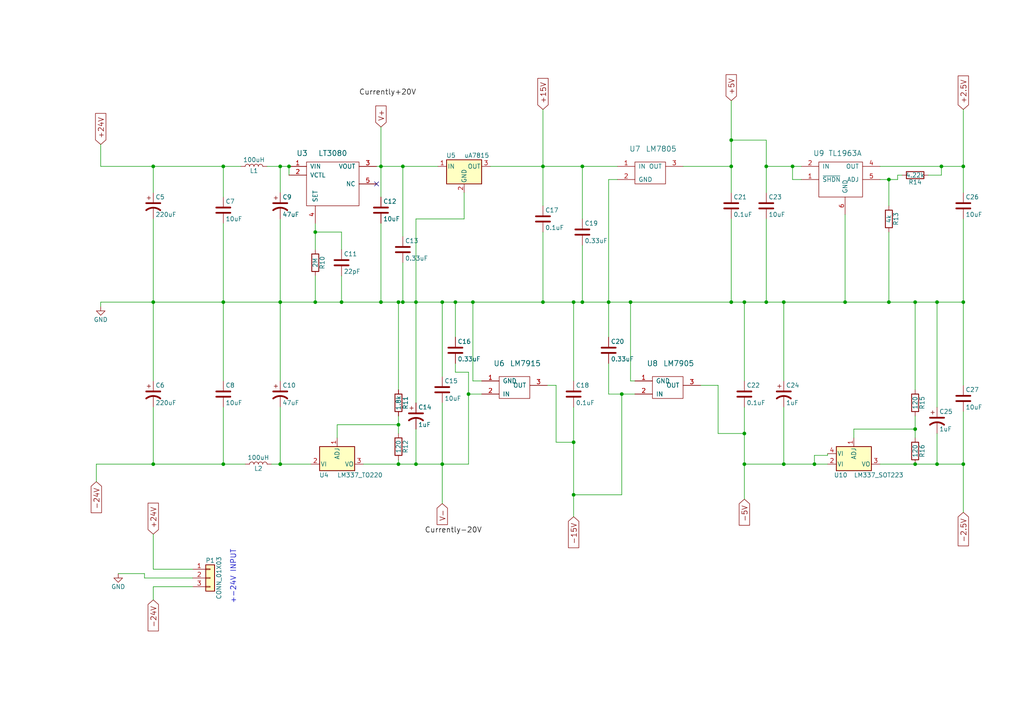
<source format=kicad_sch>
(kicad_sch (version 20230121) (generator eeschema)

  (uuid dda302b4-d8ff-4b0c-b989-a16ae29531b8)

  (paper "A4")

  (title_block
    (title "Power Supply")
  )

  (lib_symbols
    (symbol "rear-rescue:C-rear-rescue" (pin_numbers hide) (pin_names (offset 0.254)) (in_bom yes) (on_board yes)
      (property "Reference" "C" (at 0.635 2.54 0)
        (effects (font (size 1.27 1.27)) (justify left))
      )
      (property "Value" "rear-rescue_C" (at 0.635 -2.54 0)
        (effects (font (size 1.27 1.27)) (justify left))
      )
      (property "Footprint" "" (at 0.9652 -3.81 0)
        (effects (font (size 1.27 1.27)) hide)
      )
      (property "Datasheet" "" (at 0 0 0)
        (effects (font (size 1.27 1.27)) hide)
      )
      (property "ki_fp_filters" "C_*" (at 0 0 0)
        (effects (font (size 1.27 1.27)) hide)
      )
      (symbol "C-rear-rescue_0_1"
        (polyline
          (pts
            (xy -2.032 -0.762)
            (xy 2.032 -0.762)
          )
          (stroke (width 0.508) (type solid))
          (fill (type none))
        )
        (polyline
          (pts
            (xy -2.032 0.762)
            (xy 2.032 0.762)
          )
          (stroke (width 0.508) (type solid))
          (fill (type none))
        )
      )
      (symbol "C-rear-rescue_1_1"
        (pin passive line (at 0 3.81 270) (length 2.794)
          (name "~" (effects (font (size 1.27 1.27))))
          (number "1" (effects (font (size 1.27 1.27))))
        )
        (pin passive line (at 0 -3.81 90) (length 2.794)
          (name "~" (effects (font (size 1.27 1.27))))
          (number "2" (effects (font (size 1.27 1.27))))
        )
      )
    )
    (symbol "rear-rescue:CP1-rear-rescue" (pin_numbers hide) (pin_names (offset 0.254) hide) (in_bom yes) (on_board yes)
      (property "Reference" "C" (at 0.635 2.54 0)
        (effects (font (size 1.27 1.27)) (justify left))
      )
      (property "Value" "rear-rescue_CP1" (at 0.635 -2.54 0)
        (effects (font (size 1.27 1.27)) (justify left))
      )
      (property "Footprint" "" (at 0 0 0)
        (effects (font (size 1.27 1.27)) hide)
      )
      (property "Datasheet" "" (at 0 0 0)
        (effects (font (size 1.27 1.27)) hide)
      )
      (property "ki_fp_filters" "CP_*" (at 0 0 0)
        (effects (font (size 1.27 1.27)) hide)
      )
      (symbol "CP1-rear-rescue_0_1"
        (polyline
          (pts
            (xy -2.032 0.762)
            (xy 2.032 0.762)
          )
          (stroke (width 0.508) (type solid))
          (fill (type none))
        )
        (polyline
          (pts
            (xy -1.778 2.286)
            (xy -0.762 2.286)
          )
          (stroke (width 0) (type solid))
          (fill (type none))
        )
        (polyline
          (pts
            (xy -1.27 1.778)
            (xy -1.27 2.794)
          )
          (stroke (width 0) (type solid))
          (fill (type none))
        )
        (arc (start 2.032 -1.27) (mid 0 -0.5572) (end -2.032 -1.27)
          (stroke (width 0.508) (type solid))
          (fill (type none))
        )
      )
      (symbol "CP1-rear-rescue_1_1"
        (pin passive line (at 0 3.81 270) (length 2.794)
          (name "~" (effects (font (size 1.27 1.27))))
          (number "1" (effects (font (size 1.27 1.27))))
        )
        (pin passive line (at 0 -3.81 90) (length 3.302)
          (name "~" (effects (font (size 1.27 1.27))))
          (number "2" (effects (font (size 1.27 1.27))))
        )
      )
    )
    (symbol "rear-rescue:Conn_01x03-rear-rescue" (pin_names (offset 1.016) hide) (in_bom yes) (on_board yes)
      (property "Reference" "J" (at 0 5.08 0)
        (effects (font (size 1.27 1.27)))
      )
      (property "Value" "rear-rescue_Conn_01x03" (at 0 -5.08 0)
        (effects (font (size 1.27 1.27)))
      )
      (property "Footprint" "" (at 0 0 0)
        (effects (font (size 1.27 1.27)) hide)
      )
      (property "Datasheet" "" (at 0 0 0)
        (effects (font (size 1.27 1.27)) hide)
      )
      (property "ki_fp_filters" "Connector*:*_??x*mm* Connector*:*1x??x*mm* Pin?Header?Straight?1X* Pin?Header?Angled?1X* Socket?Strip?Straight?1X* Socket?Strip?Angled?1X*" (at 0 0 0)
        (effects (font (size 1.27 1.27)) hide)
      )
      (symbol "Conn_01x03-rear-rescue_1_1"
        (rectangle (start -1.27 -2.413) (end 0 -2.667)
          (stroke (width 0.1524) (type solid))
          (fill (type none))
        )
        (rectangle (start -1.27 0.127) (end 0 -0.127)
          (stroke (width 0.1524) (type solid))
          (fill (type none))
        )
        (rectangle (start -1.27 2.667) (end 0 2.413)
          (stroke (width 0.1524) (type solid))
          (fill (type none))
        )
        (rectangle (start -1.27 3.81) (end 1.27 -3.81)
          (stroke (width 0.254) (type solid))
          (fill (type background))
        )
        (pin passive line (at -5.08 2.54 0) (length 3.81)
          (name "Pin_1" (effects (font (size 1.27 1.27))))
          (number "1" (effects (font (size 1.27 1.27))))
        )
        (pin passive line (at -5.08 0 0) (length 3.81)
          (name "Pin_2" (effects (font (size 1.27 1.27))))
          (number "2" (effects (font (size 1.27 1.27))))
        )
        (pin passive line (at -5.08 -2.54 0) (length 3.81)
          (name "Pin_3" (effects (font (size 1.27 1.27))))
          (number "3" (effects (font (size 1.27 1.27))))
        )
      )
    )
    (symbol "rear-rescue:GND-rear-rescue" (power) (pin_names (offset 0)) (in_bom yes) (on_board yes)
      (property "Reference" "#PWR" (at 0 -6.35 0)
        (effects (font (size 1.27 1.27)) hide)
      )
      (property "Value" "GND-rear-rescue" (at 0 -3.81 0)
        (effects (font (size 1.27 1.27)))
      )
      (property "Footprint" "" (at 0 0 0)
        (effects (font (size 1.27 1.27)) hide)
      )
      (property "Datasheet" "" (at 0 0 0)
        (effects (font (size 1.27 1.27)) hide)
      )
      (symbol "GND-rear-rescue_0_1"
        (polyline
          (pts
            (xy 0 0)
            (xy 0 -1.27)
            (xy 1.27 -1.27)
            (xy 0 -2.54)
            (xy -1.27 -1.27)
            (xy 0 -1.27)
          )
          (stroke (width 0) (type solid))
          (fill (type none))
        )
      )
      (symbol "GND-rear-rescue_1_1"
        (pin power_in line (at 0 0 270) (length 0) hide
          (name "GND" (effects (font (size 1.27 1.27))))
          (number "1" (effects (font (size 1.27 1.27))))
        )
      )
    )
    (symbol "rear-rescue:L-rear-rescue" (pin_numbers hide) (pin_names (offset 1.016) hide) (in_bom yes) (on_board yes)
      (property "Reference" "L" (at -1.27 0 90)
        (effects (font (size 1.27 1.27)))
      )
      (property "Value" "rear-rescue_L" (at 1.905 0 90)
        (effects (font (size 1.27 1.27)))
      )
      (property "Footprint" "" (at 0 0 0)
        (effects (font (size 1.27 1.27)) hide)
      )
      (property "Datasheet" "" (at 0 0 0)
        (effects (font (size 1.27 1.27)) hide)
      )
      (property "ki_fp_filters" "Choke_* *Coil* Inductor_* L_*" (at 0 0 0)
        (effects (font (size 1.27 1.27)) hide)
      )
      (symbol "L-rear-rescue_0_1"
        (arc (start 0 -2.54) (mid 0.6323 -1.905) (end 0 -1.27)
          (stroke (width 0) (type solid))
          (fill (type none))
        )
        (arc (start 0 -1.27) (mid 0.6323 -0.635) (end 0 0)
          (stroke (width 0) (type solid))
          (fill (type none))
        )
        (arc (start 0 0) (mid 0.6323 0.635) (end 0 1.27)
          (stroke (width 0) (type solid))
          (fill (type none))
        )
        (arc (start 0 1.27) (mid 0.6323 1.905) (end 0 2.54)
          (stroke (width 0) (type solid))
          (fill (type none))
        )
      )
      (symbol "L-rear-rescue_1_1"
        (pin passive line (at 0 3.81 270) (length 1.27)
          (name "1" (effects (font (size 1.27 1.27))))
          (number "1" (effects (font (size 1.27 1.27))))
        )
        (pin passive line (at 0 -3.81 90) (length 1.27)
          (name "2" (effects (font (size 1.27 1.27))))
          (number "2" (effects (font (size 1.27 1.27))))
        )
      )
    )
    (symbol "rear-rescue:LM337_SOT223-rear-rescue" (pin_names (offset 0.254)) (in_bom yes) (on_board yes)
      (property "Reference" "U" (at -3.81 -3.175 0)
        (effects (font (size 1.27 1.27)))
      )
      (property "Value" "rear-rescue_LM337_SOT223" (at 0 -3.175 0)
        (effects (font (size 1.27 1.27)) (justify left))
      )
      (property "Footprint" "TO_SOT_Packages_SMD:SOT-223-3Lead_TabPin2" (at 0 -5.08 0)
        (effects (font (size 1.27 1.27) italic) hide)
      )
      (property "Datasheet" "" (at 0 0 0)
        (effects (font (size 1.27 1.27)) hide)
      )
      (property "ki_fp_filters" "SOT?223*" (at 0 0 0)
        (effects (font (size 1.27 1.27)) hide)
      )
      (symbol "LM337_SOT223-rear-rescue_0_1"
        (rectangle (start -5.08 5.08) (end 5.08 -1.905)
          (stroke (width 0.254) (type solid))
          (fill (type background))
        )
      )
      (symbol "LM337_SOT223-rear-rescue_1_1"
        (pin input line (at 0 7.62 270) (length 2.54)
          (name "ADJ" (effects (font (size 1.27 1.27))))
          (number "1" (effects (font (size 1.27 1.27))))
        )
        (pin power_in line (at -7.62 0 0) (length 2.54)
          (name "VI" (effects (font (size 1.27 1.27))))
          (number "2" (effects (font (size 1.27 1.27))))
        )
        (pin power_out line (at 7.62 0 180) (length 2.54)
          (name "VO" (effects (font (size 1.27 1.27))))
          (number "3" (effects (font (size 1.27 1.27))))
        )
        (pin power_in line (at -7.62 3.048 0) (length 2.54)
          (name "VI" (effects (font (size 1.27 1.27))))
          (number "4" (effects (font (size 1.27 1.27))))
        )
      )
    )
    (symbol "rear-rescue:LM337_TO220-rear-rescue" (pin_names (offset 0.254)) (in_bom yes) (on_board yes)
      (property "Reference" "U" (at -3.81 -3.175 0)
        (effects (font (size 1.27 1.27)))
      )
      (property "Value" "rear-rescue_LM337_TO220" (at 0 -3.175 0)
        (effects (font (size 1.27 1.27)) (justify left))
      )
      (property "Footprint" "TO_SOT_Packages_THT:TO-220_Vertical" (at 0 -5.08 0)
        (effects (font (size 1.27 1.27) italic) hide)
      )
      (property "Datasheet" "" (at 0 0 0)
        (effects (font (size 1.27 1.27)) hide)
      )
      (property "ki_fp_filters" "TO?220*" (at 0 0 0)
        (effects (font (size 1.27 1.27)) hide)
      )
      (symbol "LM337_TO220-rear-rescue_0_1"
        (rectangle (start -5.08 5.08) (end 5.08 -1.905)
          (stroke (width 0.254) (type solid))
          (fill (type background))
        )
      )
      (symbol "LM337_TO220-rear-rescue_1_1"
        (pin input line (at 0 7.62 270) (length 2.54)
          (name "ADJ" (effects (font (size 1.27 1.27))))
          (number "1" (effects (font (size 1.27 1.27))))
        )
        (pin power_in line (at -7.62 0 0) (length 2.54)
          (name "VI" (effects (font (size 1.27 1.27))))
          (number "2" (effects (font (size 1.27 1.27))))
        )
        (pin power_out line (at 7.62 0 180) (length 2.54)
          (name "VO" (effects (font (size 1.27 1.27))))
          (number "3" (effects (font (size 1.27 1.27))))
        )
      )
    )
    (symbol "rear-rescue:LM7805-rear-rescue" (pin_names (offset 1.016)) (in_bom yes) (on_board yes)
      (property "Reference" "U" (at 0 0 0)
        (effects (font (size 1.524 1.524)))
      )
      (property "Value" "rear-rescue_LM7805" (at 7.62 0 0)
        (effects (font (size 1.524 1.524)))
      )
      (property "Footprint" "" (at 0 0 0)
        (effects (font (size 1.524 1.524)) hide)
      )
      (property "Datasheet" "" (at 0 0 0)
        (effects (font (size 1.524 1.524)) hide)
      )
      (symbol "LM7805-rear-rescue_0_1"
        (rectangle (start 0 -3.81) (end 8.89 -10.16)
          (stroke (width 0) (type solid))
          (fill (type none))
        )
      )
      (symbol "LM7805-rear-rescue_1_1"
        (pin passive line (at -5.08 -5.08 0) (length 5.08)
          (name "IN" (effects (font (size 1.27 1.27))))
          (number "1" (effects (font (size 1.27 1.27))))
        )
        (pin passive line (at -5.08 -8.89 0) (length 5.08)
          (name "GND" (effects (font (size 1.27 1.27))))
          (number "2" (effects (font (size 1.27 1.27))))
        )
        (pin passive line (at 13.97 -5.08 180) (length 5.08)
          (name "OUT" (effects (font (size 1.27 1.27))))
          (number "3" (effects (font (size 1.27 1.27))))
        )
      )
    )
    (symbol "rear-rescue:LM7905-rear-rescue" (pin_names (offset 1.016)) (in_bom yes) (on_board yes)
      (property "Reference" "U" (at 0 0 0)
        (effects (font (size 1.524 1.524)))
      )
      (property "Value" "rear-rescue_LM7905" (at 7.62 0 0)
        (effects (font (size 1.524 1.524)))
      )
      (property "Footprint" "" (at 0 0 0)
        (effects (font (size 1.524 1.524)) hide)
      )
      (property "Datasheet" "" (at 0 0 0)
        (effects (font (size 1.524 1.524)) hide)
      )
      (symbol "LM7905-rear-rescue_0_1"
        (rectangle (start 0 -3.81) (end 8.89 -10.16)
          (stroke (width 0) (type solid))
          (fill (type none))
        )
      )
      (symbol "LM7905-rear-rescue_1_1"
        (pin passive line (at -5.08 -5.08 0) (length 5.08)
          (name "GND" (effects (font (size 1.27 1.27))))
          (number "1" (effects (font (size 1.27 1.27))))
        )
        (pin passive line (at -5.08 -8.89 0) (length 5.08)
          (name "IN" (effects (font (size 1.27 1.27))))
          (number "2" (effects (font (size 1.27 1.27))))
        )
        (pin passive line (at 13.97 -6.35 180) (length 5.08)
          (name "OUT" (effects (font (size 1.27 1.27))))
          (number "3" (effects (font (size 1.27 1.27))))
        )
      )
    )
    (symbol "rear-rescue:LM7915-rear-rescue" (pin_names (offset 1.016)) (in_bom yes) (on_board yes)
      (property "Reference" "U" (at 0 0 0)
        (effects (font (size 1.524 1.524)))
      )
      (property "Value" "rear-rescue_LM7915" (at 7.62 0 0)
        (effects (font (size 1.524 1.524)))
      )
      (property "Footprint" "" (at 0 0 0)
        (effects (font (size 1.524 1.524)) hide)
      )
      (property "Datasheet" "" (at 0 0 0)
        (effects (font (size 1.524 1.524)) hide)
      )
      (symbol "LM7915-rear-rescue_0_1"
        (rectangle (start 0 -3.81) (end 8.89 -10.16)
          (stroke (width 0) (type solid))
          (fill (type none))
        )
      )
      (symbol "LM7915-rear-rescue_1_1"
        (pin passive line (at -5.08 -5.08 0) (length 5.08)
          (name "GND" (effects (font (size 1.27 1.27))))
          (number "1" (effects (font (size 1.27 1.27))))
        )
        (pin passive line (at -5.08 -8.89 0) (length 5.08)
          (name "IN" (effects (font (size 1.27 1.27))))
          (number "2" (effects (font (size 1.27 1.27))))
        )
        (pin passive line (at 13.97 -6.35 180) (length 5.08)
          (name "OUT" (effects (font (size 1.27 1.27))))
          (number "3" (effects (font (size 1.27 1.27))))
        )
      )
    )
    (symbol "rear-rescue:LT3080-rear-rescue" (pin_names (offset 1.016)) (in_bom yes) (on_board yes)
      (property "Reference" "U" (at 0 0 0)
        (effects (font (size 1.524 1.524)))
      )
      (property "Value" "rear-rescue_LT3080" (at 8.89 0 0)
        (effects (font (size 1.524 1.524)))
      )
      (property "Footprint" "" (at 0 0 0)
        (effects (font (size 1.524 1.524)) hide)
      )
      (property "Datasheet" "" (at 0 0 0)
        (effects (font (size 1.524 1.524)) hide)
      )
      (symbol "LT3080-rear-rescue_0_1"
        (rectangle (start 1.27 -2.54) (end 16.51 -15.24)
          (stroke (width 0) (type solid))
          (fill (type none))
        )
      )
      (symbol "LT3080-rear-rescue_1_1"
        (pin passive line (at -3.81 -3.81 0) (length 5.08)
          (name "VIN" (effects (font (size 1.27 1.27))))
          (number "1" (effects (font (size 1.27 1.27))))
        )
        (pin passive line (at -3.81 -6.35 0) (length 5.08)
          (name "VCTL" (effects (font (size 1.27 1.27))))
          (number "2" (effects (font (size 1.27 1.27))))
        )
        (pin passive line (at 21.59 -3.81 180) (length 5.08)
          (name "VOUT" (effects (font (size 1.27 1.27))))
          (number "3" (effects (font (size 1.27 1.27))))
        )
        (pin passive line (at 3.81 -20.32 90) (length 5.08)
          (name "SET" (effects (font (size 1.27 1.27))))
          (number "4" (effects (font (size 1.27 1.27))))
        )
        (pin passive line (at 21.59 -8.89 180) (length 5.08)
          (name "NC" (effects (font (size 1.27 1.27))))
          (number "5" (effects (font (size 1.27 1.27))))
        )
      )
    )
    (symbol "rear-rescue:R-rear-rescue" (pin_numbers hide) (pin_names (offset 0)) (in_bom yes) (on_board yes)
      (property "Reference" "R" (at 2.032 0 90)
        (effects (font (size 1.27 1.27)))
      )
      (property "Value" "rear-rescue_R" (at 0 0 90)
        (effects (font (size 1.27 1.27)))
      )
      (property "Footprint" "" (at -1.778 0 90)
        (effects (font (size 1.27 1.27)) hide)
      )
      (property "Datasheet" "" (at 0 0 0)
        (effects (font (size 1.27 1.27)) hide)
      )
      (property "ki_fp_filters" "R_* R_*" (at 0 0 0)
        (effects (font (size 1.27 1.27)) hide)
      )
      (symbol "R-rear-rescue_0_1"
        (rectangle (start -1.016 -2.54) (end 1.016 2.54)
          (stroke (width 0.254) (type solid))
          (fill (type none))
        )
      )
      (symbol "R-rear-rescue_1_1"
        (pin passive line (at 0 3.81 270) (length 1.27)
          (name "~" (effects (font (size 1.27 1.27))))
          (number "1" (effects (font (size 1.27 1.27))))
        )
        (pin passive line (at 0 -3.81 90) (length 1.27)
          (name "~" (effects (font (size 1.27 1.27))))
          (number "2" (effects (font (size 1.27 1.27))))
        )
      )
    )
    (symbol "rear-rescue:TL1963A-rear-rescue" (pin_names (offset 1.016)) (in_bom yes) (on_board yes)
      (property "Reference" "U" (at 0 0 0)
        (effects (font (size 1.524 1.524)))
      )
      (property "Value" "rear-rescue_TL1963A" (at 7.62 0 0)
        (effects (font (size 1.524 1.524)))
      )
      (property "Footprint" "" (at 0 0 0)
        (effects (font (size 1.524 1.524)) hide)
      )
      (property "Datasheet" "" (at 0 0 0)
        (effects (font (size 1.524 1.524)) hide)
      )
      (symbol "TL1963A-rear-rescue_0_1"
        (rectangle (start 0 -2.54) (end 12.7 -12.7)
          (stroke (width 0) (type solid))
          (fill (type none))
        )
      )
      (symbol "TL1963A-rear-rescue_1_1"
        (pin passive line (at -5.08 -7.62 0) (length 5.08)
          (name "~{SHDN}" (effects (font (size 1.27 1.27))))
          (number "1" (effects (font (size 1.27 1.27))))
        )
        (pin passive line (at -5.08 -3.81 0) (length 5.08)
          (name "IN" (effects (font (size 1.27 1.27))))
          (number "2" (effects (font (size 1.27 1.27))))
        )
        (pin passive line (at 17.78 -3.81 180) (length 5.08)
          (name "OUT" (effects (font (size 1.27 1.27))))
          (number "4" (effects (font (size 1.27 1.27))))
        )
        (pin passive line (at 17.78 -7.62 180) (length 5.08)
          (name "ADJ" (effects (font (size 1.27 1.27))))
          (number "5" (effects (font (size 1.27 1.27))))
        )
        (pin passive line (at 7.62 -17.78 90) (length 5.08)
          (name "GND" (effects (font (size 1.27 1.27))))
          (number "6" (effects (font (size 1.27 1.27))))
        )
      )
    )
    (symbol "rear-rescue:uA7815-rear-rescue" (pin_names (offset 0.254)) (in_bom yes) (on_board yes)
      (property "Reference" "U" (at -3.81 3.175 0)
        (effects (font (size 1.27 1.27)))
      )
      (property "Value" "rear-rescue_uA7815" (at 0 3.175 0)
        (effects (font (size 1.27 1.27)) (justify left))
      )
      (property "Footprint" "" (at 0.635 -3.81 0)
        (effects (font (size 1.27 1.27) italic) (justify left) hide)
      )
      (property "Datasheet" "" (at 0 -1.27 0)
        (effects (font (size 1.27 1.27)) hide)
      )
      (property "ki_fp_filters" "TO?263* TO?220*" (at 0 0 0)
        (effects (font (size 1.27 1.27)) hide)
      )
      (symbol "uA7815-rear-rescue_0_1"
        (rectangle (start -5.08 1.905) (end 5.08 -5.08)
          (stroke (width 0.254) (type solid))
          (fill (type background))
        )
      )
      (symbol "uA7815-rear-rescue_1_1"
        (pin power_in line (at -7.62 0 0) (length 2.54)
          (name "IN" (effects (font (size 1.27 1.27))))
          (number "1" (effects (font (size 1.27 1.27))))
        )
        (pin power_in line (at 0 -7.62 90) (length 2.54)
          (name "GND" (effects (font (size 1.27 1.27))))
          (number "2" (effects (font (size 1.27 1.27))))
        )
        (pin power_out line (at 7.62 0 180) (length 2.54)
          (name "OUT" (effects (font (size 1.27 1.27))))
          (number "3" (effects (font (size 1.27 1.27))))
        )
      )
    )
  )

  (junction (at 236.22 134.62) (diameter 0) (color 0 0 0 0)
    (uuid 02f9af4f-eb24-4e21-8530-4e4ca4853403)
  )
  (junction (at 227.33 134.62) (diameter 0) (color 0 0 0 0)
    (uuid 086df5a3-aead-4ecb-a5ec-19f6ec1ab3b4)
  )
  (junction (at 215.9 87.63) (diameter 0) (color 0 0 0 0)
    (uuid 10eba25f-99f1-467e-805f-573ee9336b42)
  )
  (junction (at 99.06 87.63) (diameter 0) (color 0 0 0 0)
    (uuid 12740639-c6a9-4b83-a15b-ba42dde9b3d2)
  )
  (junction (at 91.44 87.63) (diameter 0) (color 0 0 0 0)
    (uuid 12a3c337-7c7c-4f46-8de4-9729abfdf293)
  )
  (junction (at 64.77 87.63) (diameter 0) (color 0 0 0 0)
    (uuid 17a7e43c-aa5e-45bf-8035-b09ab8804aa2)
  )
  (junction (at 166.37 128.27) (diameter 0) (color 0 0 0 0)
    (uuid 1c3edc9a-e5e0-47e8-a3c5-cde68bd44832)
  )
  (junction (at 227.33 87.63) (diameter 0) (color 0 0 0 0)
    (uuid 1e743d96-7676-4580-bb2f-f1797dd9bf32)
  )
  (junction (at 273.05 48.26) (diameter 0) (color 0 0 0 0)
    (uuid 23a58f28-676c-4212-a726-c641b3d95487)
  )
  (junction (at 157.48 87.63) (diameter 0) (color 0 0 0 0)
    (uuid 24c782a2-caaa-4990-a63d-d817c6a508b3)
  )
  (junction (at 168.91 48.26) (diameter 0) (color 0 0 0 0)
    (uuid 27229c9c-5b6c-4cb0-90e5-92d81cc00292)
  )
  (junction (at 271.78 134.62) (diameter 0) (color 0 0 0 0)
    (uuid 3554961a-4144-4b85-8c30-085774896c44)
  )
  (junction (at 222.25 48.26) (diameter 0) (color 0 0 0 0)
    (uuid 3687fe71-1dc6-4e07-a2d8-cc55d48e05ec)
  )
  (junction (at 81.28 87.63) (diameter 0) (color 0 0 0 0)
    (uuid 394ccb27-36e8-4144-bd17-03c319be22fc)
  )
  (junction (at 137.16 87.63) (diameter 0) (color 0 0 0 0)
    (uuid 3a581857-c7a1-48fe-a708-29ab153accec)
  )
  (junction (at 279.4 48.26) (diameter 0) (color 0 0 0 0)
    (uuid 3b870f46-9e20-49f1-856d-38557b3cfd35)
  )
  (junction (at 215.9 125.73) (diameter 0) (color 0 0 0 0)
    (uuid 40738f8e-d555-4934-8937-621bef842bd0)
  )
  (junction (at 44.45 134.62) (diameter 0) (color 0 0 0 0)
    (uuid 4eed0c74-f801-478b-9769-a831a57d953c)
  )
  (junction (at 116.84 48.26) (diameter 0) (color 0 0 0 0)
    (uuid 546ebe1a-7b87-40dd-8bb7-7b4e707c5cbc)
  )
  (junction (at 120.65 134.62) (diameter 0) (color 0 0 0 0)
    (uuid 5799ee17-6e7c-41b5-96e1-232ded14e86f)
  )
  (junction (at 229.87 48.26) (diameter 0) (color 0 0 0 0)
    (uuid 5f1cc4a8-dae0-4395-85cd-00f7bd8c66f5)
  )
  (junction (at 265.43 134.62) (diameter 0) (color 0 0 0 0)
    (uuid 6755f1a2-da56-4088-8adf-acd8b6b40c9e)
  )
  (junction (at 115.57 87.63) (diameter 0) (color 0 0 0 0)
    (uuid 701ebed3-6aaf-4f2c-931e-c0d98c9c3eea)
  )
  (junction (at 182.88 87.63) (diameter 0) (color 0 0 0 0)
    (uuid 7060a1fa-24f4-46ca-a80b-aa14780b9a74)
  )
  (junction (at 257.81 52.07) (diameter 0) (color 0 0 0 0)
    (uuid 7291e6ba-eee6-4a3d-8cff-fad2f516094a)
  )
  (junction (at 115.57 134.62) (diameter 0) (color 0 0 0 0)
    (uuid 75237aa5-fdc4-406c-bc86-0840bbac28b2)
  )
  (junction (at 110.49 87.63) (diameter 0) (color 0 0 0 0)
    (uuid 7bd26111-07f7-42f8-b025-da5935a3b51c)
  )
  (junction (at 44.45 87.63) (diameter 0) (color 0 0 0 0)
    (uuid 7f062356-c85a-430c-9e9f-7d032f954c5d)
  )
  (junction (at 81.28 134.62) (diameter 0) (color 0 0 0 0)
    (uuid 81599f7e-3f7f-4259-b18d-ab635a90ef3a)
  )
  (junction (at 212.09 48.26) (diameter 0) (color 0 0 0 0)
    (uuid 86cf6ca1-234d-48d8-b53c-46c9d23ca742)
  )
  (junction (at 279.4 134.62) (diameter 0) (color 0 0 0 0)
    (uuid 8779f683-4624-4137-9c17-fbdef3718003)
  )
  (junction (at 271.78 87.63) (diameter 0) (color 0 0 0 0)
    (uuid 8d3fdadc-e437-4069-af2a-24d75d33701e)
  )
  (junction (at 128.27 134.62) (diameter 0) (color 0 0 0 0)
    (uuid 98291303-dedd-4023-bc61-36c73a681fad)
  )
  (junction (at 83.82 48.26) (diameter 0) (color 0 0 0 0)
    (uuid 99a4cd25-1da8-469b-84ca-44235c936e74)
  )
  (junction (at 115.57 123.19) (diameter 0) (color 0 0 0 0)
    (uuid 9a928d05-511f-4792-8a1c-1eabc1e73280)
  )
  (junction (at 180.34 114.3) (diameter 0) (color 0 0 0 0)
    (uuid 9f62789f-c807-43cb-9863-ed39012276dd)
  )
  (junction (at 81.28 48.26) (diameter 0) (color 0 0 0 0)
    (uuid a25e501e-5328-4b69-94f9-66c14613df89)
  )
  (junction (at 176.53 87.63) (diameter 0) (color 0 0 0 0)
    (uuid a5485c58-ef9e-46d9-81a9-336cd60c272c)
  )
  (junction (at 212.09 40.64) (diameter 0) (color 0 0 0 0)
    (uuid a779dbfb-0d2b-424b-b3c0-73d1ceffa8ea)
  )
  (junction (at 64.77 48.26) (diameter 0) (color 0 0 0 0)
    (uuid a968f4be-3859-414c-b7be-588106350145)
  )
  (junction (at 215.9 134.62) (diameter 0) (color 0 0 0 0)
    (uuid af7bd779-95ae-4d00-9991-f6156e9ecc64)
  )
  (junction (at 265.43 87.63) (diameter 0) (color 0 0 0 0)
    (uuid b23881ad-0baf-4b38-b01f-e9b5b1c19eca)
  )
  (junction (at 128.27 87.63) (diameter 0) (color 0 0 0 0)
    (uuid b8cb2d42-7c15-4394-9599-8974dea4a74f)
  )
  (junction (at 135.89 114.3) (diameter 0) (color 0 0 0 0)
    (uuid bd4c9498-96bf-464f-b34b-839a79a10f58)
  )
  (junction (at 245.11 87.63) (diameter 0) (color 0 0 0 0)
    (uuid be68b5a1-c50f-4719-a0a9-36b25478c477)
  )
  (junction (at 44.45 48.26) (diameter 0) (color 0 0 0 0)
    (uuid bedb6206-0e62-43f9-8604-34566c156346)
  )
  (junction (at 279.4 87.63) (diameter 0) (color 0 0 0 0)
    (uuid c9828e6e-a2ad-4afb-b6b7-e6c9b5b9aa60)
  )
  (junction (at 166.37 87.63) (diameter 0) (color 0 0 0 0)
    (uuid cbaf03d9-28a3-42b5-a8f3-7412f1dc04af)
  )
  (junction (at 91.44 67.31) (diameter 0) (color 0 0 0 0)
    (uuid ccf3a21f-2ecb-4b80-b86d-642ead31948b)
  )
  (junction (at 132.08 87.63) (diameter 0) (color 0 0 0 0)
    (uuid d205654e-119d-4717-9367-ef0f3ad76acb)
  )
  (junction (at 157.48 48.26) (diameter 0) (color 0 0 0 0)
    (uuid d3fb4338-ad49-46ac-91b6-05132e78644a)
  )
  (junction (at 120.65 87.63) (diameter 0) (color 0 0 0 0)
    (uuid d4932784-c16c-475d-894d-a10bc1b9eabf)
  )
  (junction (at 166.37 143.51) (diameter 0) (color 0 0 0 0)
    (uuid d7146811-315a-40d9-9e76-935525bfff87)
  )
  (junction (at 168.91 87.63) (diameter 0) (color 0 0 0 0)
    (uuid e253212f-418e-46c9-a8e7-7f52633b9ae3)
  )
  (junction (at 116.84 87.63) (diameter 0) (color 0 0 0 0)
    (uuid e4344185-23a6-460b-8a45-8c3885e4c028)
  )
  (junction (at 265.43 124.46) (diameter 0) (color 0 0 0 0)
    (uuid e4c5edb5-84b6-4e6d-b890-aec54b704d67)
  )
  (junction (at 212.09 87.63) (diameter 0) (color 0 0 0 0)
    (uuid ef3646fc-3c23-437d-998b-07c7d5377995)
  )
  (junction (at 222.25 87.63) (diameter 0) (color 0 0 0 0)
    (uuid f28b15f3-40b5-4422-aa5f-b7e62126ae7f)
  )
  (junction (at 110.49 48.26) (diameter 0) (color 0 0 0 0)
    (uuid f2e82a92-e6c7-4b3c-8203-b56383e0dbee)
  )
  (junction (at 257.81 87.63) (diameter 0) (color 0 0 0 0)
    (uuid f4a17915-0052-4626-b28c-713910db478d)
  )
  (junction (at 64.77 134.62) (diameter 0) (color 0 0 0 0)
    (uuid fd33dcb6-7508-445d-be33-d53db34c0133)
  )

  (no_connect (at 109.22 53.34) (uuid 678af6b1-5c2a-4f80-80bc-54555250be64))

  (wire (pts (xy 99.06 87.63) (xy 99.06 80.01))
    (stroke (width 0) (type default))
    (uuid 0017c56c-4eae-4251-ab01-2f27ee1b7eab)
  )
  (wire (pts (xy 97.79 123.19) (xy 97.79 127))
    (stroke (width 0) (type default))
    (uuid 02f9efb7-0602-45f4-bb80-f958ddeb21e4)
  )
  (wire (pts (xy 279.4 31.75) (xy 279.4 48.26))
    (stroke (width 0) (type default))
    (uuid 03689aa4-58d2-4348-aadc-b3711782f649)
  )
  (wire (pts (xy 271.78 87.63) (xy 279.4 87.63))
    (stroke (width 0) (type default))
    (uuid 0387fe86-d6e2-4fe3-84f6-b3fc817c78ff)
  )
  (wire (pts (xy 257.81 52.07) (xy 260.35 52.07))
    (stroke (width 0) (type default))
    (uuid 03eab96b-0369-41d4-ad0e-ed358435609a)
  )
  (wire (pts (xy 27.94 134.62) (xy 44.45 134.62))
    (stroke (width 0) (type default))
    (uuid 0694ea9a-b4e3-4855-9319-2ddb7a1839c7)
  )
  (wire (pts (xy 227.33 134.62) (xy 236.22 134.62))
    (stroke (width 0) (type default))
    (uuid 083ba778-2ca8-427a-a8cd-9ce2d8af2ecd)
  )
  (wire (pts (xy 229.87 48.26) (xy 222.25 48.26))
    (stroke (width 0) (type default))
    (uuid 0975fb98-661b-4022-aef6-4426618be3b8)
  )
  (wire (pts (xy 176.53 114.3) (xy 180.34 114.3))
    (stroke (width 0) (type default))
    (uuid 0989f911-15fb-436f-b15d-54962437d85f)
  )
  (wire (pts (xy 227.33 110.49) (xy 227.33 87.63))
    (stroke (width 0) (type default))
    (uuid 0b15936e-0424-4383-8669-ece8fc015708)
  )
  (wire (pts (xy 44.45 154.94) (xy 44.45 165.1))
    (stroke (width 0) (type default))
    (uuid 0d5ae1c9-ad78-4582-a588-d90e4b6c905a)
  )
  (wire (pts (xy 110.49 64.77) (xy 110.49 87.63))
    (stroke (width 0) (type default))
    (uuid 104af6c0-8701-423b-8c7a-400ea8bb3314)
  )
  (wire (pts (xy 215.9 134.62) (xy 215.9 144.78))
    (stroke (width 0) (type default))
    (uuid 105fd347-8422-42f8-b5d0-cb667323b225)
  )
  (wire (pts (xy 271.78 125.73) (xy 271.78 134.62))
    (stroke (width 0) (type default))
    (uuid 1245e609-d076-4d01-97e7-76ccaee77c78)
  )
  (wire (pts (xy 279.4 48.26) (xy 279.4 55.88))
    (stroke (width 0) (type default))
    (uuid 13b0f15f-8087-47ae-9f4f-e95fb0e75cb4)
  )
  (wire (pts (xy 271.78 134.62) (xy 279.4 134.62))
    (stroke (width 0) (type default))
    (uuid 141a36fe-c183-4abb-8d6b-8b9b20f6f959)
  )
  (wire (pts (xy 182.88 87.63) (xy 212.09 87.63))
    (stroke (width 0) (type default))
    (uuid 155f3d7b-7318-425f-9771-7e7c92e27eae)
  )
  (wire (pts (xy 81.28 134.62) (xy 90.17 134.62))
    (stroke (width 0) (type default))
    (uuid 15b6a1ee-63db-438f-8137-819b01b7f895)
  )
  (wire (pts (xy 168.91 71.12) (xy 168.91 87.63))
    (stroke (width 0) (type default))
    (uuid 164b620f-855c-4492-ba4e-bf19c80d576f)
  )
  (wire (pts (xy 120.65 134.62) (xy 115.57 134.62))
    (stroke (width 0) (type default))
    (uuid 1656c245-78b8-4096-a3b0-597c99544008)
  )
  (wire (pts (xy 236.22 134.62) (xy 240.03 134.62))
    (stroke (width 0) (type default))
    (uuid 1661ce49-ce73-4c57-8a0f-9986a57fcd36)
  )
  (wire (pts (xy 227.33 118.11) (xy 227.33 134.62))
    (stroke (width 0) (type default))
    (uuid 173104d1-b587-4d0a-8446-caa44afb1ba7)
  )
  (wire (pts (xy 115.57 123.19) (xy 115.57 125.73))
    (stroke (width 0) (type default))
    (uuid 1852c450-2015-4d3c-ba72-8bd5ac00db89)
  )
  (wire (pts (xy 128.27 109.22) (xy 128.27 87.63))
    (stroke (width 0) (type default))
    (uuid 1c018c08-57ec-454d-9e9f-87cc047da91a)
  )
  (wire (pts (xy 29.21 88.9) (xy 29.21 87.63))
    (stroke (width 0) (type default))
    (uuid 1eebca45-31b0-4e5c-90f9-633519dc35ca)
  )
  (wire (pts (xy 247.65 124.46) (xy 265.43 124.46))
    (stroke (width 0) (type default))
    (uuid 1fd3a178-1364-4562-b433-cfc6073bc661)
  )
  (wire (pts (xy 91.44 67.31) (xy 99.06 67.31))
    (stroke (width 0) (type default))
    (uuid 26d5d513-a689-4f1b-89a1-b04895bc7d19)
  )
  (wire (pts (xy 255.27 134.62) (xy 265.43 134.62))
    (stroke (width 0) (type default))
    (uuid 28bc878b-b9b8-4bce-bc70-03250fa7bcfa)
  )
  (wire (pts (xy 44.45 48.26) (xy 44.45 55.88))
    (stroke (width 0) (type default))
    (uuid 2941cd3e-3706-4944-9c6a-ad89857cf7a1)
  )
  (wire (pts (xy 166.37 143.51) (xy 166.37 149.86))
    (stroke (width 0) (type default))
    (uuid 2b201a62-ad15-4f5e-8e55-fc6952836dcf)
  )
  (wire (pts (xy 134.62 63.5) (xy 134.62 55.88))
    (stroke (width 0) (type default))
    (uuid 2b222b9b-7b41-4107-b286-b36655ece5e5)
  )
  (wire (pts (xy 215.9 125.73) (xy 215.9 134.62))
    (stroke (width 0) (type default))
    (uuid 2c10d892-0b31-495e-9189-feffccf3438d)
  )
  (wire (pts (xy 41.91 166.37) (xy 41.91 167.64))
    (stroke (width 0) (type default))
    (uuid 2c7ebd42-d3aa-421b-b376-a89b4104d7e8)
  )
  (wire (pts (xy 215.9 125.73) (xy 208.28 125.73))
    (stroke (width 0) (type default))
    (uuid 2ca329e9-ff0e-4c8f-a733-820746b1f35f)
  )
  (wire (pts (xy 161.29 111.76) (xy 161.29 128.27))
    (stroke (width 0) (type default))
    (uuid 2d78e262-4228-481e-9f69-55948fcec078)
  )
  (wire (pts (xy 255.27 48.26) (xy 273.05 48.26))
    (stroke (width 0) (type default))
    (uuid 2d9d4962-96a3-477e-a0a6-e0471430b332)
  )
  (wire (pts (xy 99.06 67.31) (xy 99.06 72.39))
    (stroke (width 0) (type default))
    (uuid 2f461929-8b27-4a18-ae19-7d40a51fca8d)
  )
  (wire (pts (xy 176.53 52.07) (xy 176.53 87.63))
    (stroke (width 0) (type default))
    (uuid 2f9ec1eb-88aa-4011-9768-d37778c963d7)
  )
  (wire (pts (xy 120.65 87.63) (xy 120.65 116.84))
    (stroke (width 0) (type default))
    (uuid 3007c40c-bfca-4e7f-9e54-d409a0622eba)
  )
  (wire (pts (xy 44.45 63.5) (xy 44.45 87.63))
    (stroke (width 0) (type default))
    (uuid 3122c0fb-52cf-4964-a483-e106380c5726)
  )
  (wire (pts (xy 120.65 87.63) (xy 128.27 87.63))
    (stroke (width 0) (type default))
    (uuid 31fb5d50-f2bd-4583-872c-265e5982543f)
  )
  (wire (pts (xy 157.48 48.26) (xy 168.91 48.26))
    (stroke (width 0) (type default))
    (uuid 325a08d4-fad1-457d-acea-08bc5f3aa676)
  )
  (wire (pts (xy 260.35 50.8) (xy 261.62 50.8))
    (stroke (width 0) (type default))
    (uuid 334ae09d-593a-485b-addb-f047f977790f)
  )
  (wire (pts (xy 232.41 48.26) (xy 229.87 48.26))
    (stroke (width 0) (type default))
    (uuid 34ae315e-5b52-4023-b4fa-1737bcab3fd5)
  )
  (wire (pts (xy 157.48 67.31) (xy 157.48 87.63))
    (stroke (width 0) (type default))
    (uuid 36a01c75-307e-43f9-aaa6-387e662325b7)
  )
  (wire (pts (xy 279.4 63.5) (xy 279.4 87.63))
    (stroke (width 0) (type default))
    (uuid 38aed2bb-b220-4705-9f90-e7222ee2a2ab)
  )
  (wire (pts (xy 132.08 107.95) (xy 132.08 105.41))
    (stroke (width 0) (type default))
    (uuid 3956a118-445e-4575-ab9d-62e01b4418d4)
  )
  (wire (pts (xy 128.27 134.62) (xy 128.27 146.05))
    (stroke (width 0) (type default))
    (uuid 3b98261f-44b6-4db7-b767-ee0176f058c3)
  )
  (wire (pts (xy 240.03 132.08) (xy 240.03 131.572))
    (stroke (width 0) (type default))
    (uuid 3e6f3341-737f-4f34-b42b-444d4ac77917)
  )
  (wire (pts (xy 64.77 87.63) (xy 81.28 87.63))
    (stroke (width 0) (type default))
    (uuid 43e61ab4-70b7-45a8-8976-9ef7d4520713)
  )
  (wire (pts (xy 44.45 134.62) (xy 64.77 134.62))
    (stroke (width 0) (type default))
    (uuid 452d0b20-a109-434e-9a08-8b4ee5395e46)
  )
  (wire (pts (xy 135.89 107.95) (xy 135.89 114.3))
    (stroke (width 0) (type default))
    (uuid 45dac7a6-e786-4438-bd5f-31e14207ed1f)
  )
  (wire (pts (xy 99.06 87.63) (xy 110.49 87.63))
    (stroke (width 0) (type default))
    (uuid 462e577e-f768-4f15-91cc-07a32447a491)
  )
  (wire (pts (xy 265.43 127) (xy 265.43 124.46))
    (stroke (width 0) (type default))
    (uuid 4714ec14-ce0f-44a2-9176-76b01779370b)
  )
  (wire (pts (xy 29.21 41.91) (xy 29.21 48.26))
    (stroke (width 0) (type default))
    (uuid 4af620f8-8730-4e7a-9deb-37d04a07f973)
  )
  (wire (pts (xy 265.43 134.62) (xy 271.78 134.62))
    (stroke (width 0) (type default))
    (uuid 4be9895a-cfb3-46ed-9271-fe97770e05ff)
  )
  (wire (pts (xy 64.77 48.26) (xy 69.85 48.26))
    (stroke (width 0) (type default))
    (uuid 4c0bc53a-a25b-4b4d-9334-b84e8dc3e33f)
  )
  (wire (pts (xy 212.09 40.64) (xy 222.25 40.64))
    (stroke (width 0) (type default))
    (uuid 50e41f0d-28a1-44f8-a349-f57a4f7c47ca)
  )
  (wire (pts (xy 265.43 87.63) (xy 271.78 87.63))
    (stroke (width 0) (type default))
    (uuid 52da8597-e49d-4df0-aa74-3add801ec8c9)
  )
  (wire (pts (xy 128.27 116.84) (xy 128.27 134.62))
    (stroke (width 0) (type default))
    (uuid 53593000-2ea1-424a-810b-8e32809bd726)
  )
  (wire (pts (xy 110.49 48.26) (xy 116.84 48.26))
    (stroke (width 0) (type default))
    (uuid 5437f1f1-d281-40e3-a1f4-e0ebb53c72e7)
  )
  (wire (pts (xy 212.09 87.63) (xy 215.9 87.63))
    (stroke (width 0) (type default))
    (uuid 584d7648-515c-4d2a-93b9-76fc5a8f20f9)
  )
  (wire (pts (xy 115.57 87.63) (xy 116.84 87.63))
    (stroke (width 0) (type default))
    (uuid 586c121e-d846-412b-b789-f90af6555e6c)
  )
  (wire (pts (xy 180.34 143.51) (xy 180.34 114.3))
    (stroke (width 0) (type default))
    (uuid 5ab30b94-bf75-45c7-aa5d-e7aa5fa079b6)
  )
  (wire (pts (xy 120.65 124.46) (xy 120.65 134.62))
    (stroke (width 0) (type default))
    (uuid 5bd602fa-5faf-480a-a6bc-88d5ef328ce2)
  )
  (wire (pts (xy 166.37 87.63) (xy 168.91 87.63))
    (stroke (width 0) (type default))
    (uuid 5c24601b-c381-4d15-82c3-351ef1ccce0a)
  )
  (wire (pts (xy 227.33 87.63) (xy 245.11 87.63))
    (stroke (width 0) (type default))
    (uuid 5d28ffd5-1e85-4afb-9da4-b0d34bcebb05)
  )
  (wire (pts (xy 166.37 128.27) (xy 166.37 143.51))
    (stroke (width 0) (type default))
    (uuid 5e2a189f-b2a8-4b19-94cc-009642ef4613)
  )
  (wire (pts (xy 166.37 118.11) (xy 166.37 128.27))
    (stroke (width 0) (type default))
    (uuid 608cb19e-858a-4af0-a502-89e55d7cedfe)
  )
  (wire (pts (xy 222.25 40.64) (xy 222.25 48.26))
    (stroke (width 0) (type default))
    (uuid 628af0af-3386-4ea1-b609-fe5599c08536)
  )
  (wire (pts (xy 64.77 118.11) (xy 64.77 134.62))
    (stroke (width 0) (type default))
    (uuid 630c0d38-ca0a-4c10-bebc-6e1b75532121)
  )
  (wire (pts (xy 64.77 87.63) (xy 64.77 110.49))
    (stroke (width 0) (type default))
    (uuid 639de7ee-89f8-474c-9d27-b96cbb8f78bd)
  )
  (wire (pts (xy 44.45 173.99) (xy 44.45 170.18))
    (stroke (width 0) (type default))
    (uuid 641a6ca8-bc5b-47da-a0ba-f8ac5d224576)
  )
  (wire (pts (xy 137.16 87.63) (xy 157.48 87.63))
    (stroke (width 0) (type default))
    (uuid 64e8a2a5-a975-48b9-ba57-982ecbb73dfd)
  )
  (wire (pts (xy 279.4 87.63) (xy 279.4 111.76))
    (stroke (width 0) (type default))
    (uuid 65056184-2762-421c-9b9f-27e784ebab92)
  )
  (wire (pts (xy 176.53 52.07) (xy 179.07 52.07))
    (stroke (width 0) (type default))
    (uuid 66f68df9-1901-49c9-8ca9-8c54af7fbf9f)
  )
  (wire (pts (xy 158.75 111.76) (xy 161.29 111.76))
    (stroke (width 0) (type default))
    (uuid 6ba608c8-0d71-44a3-8025-3252aa8676c8)
  )
  (wire (pts (xy 198.12 48.26) (xy 212.09 48.26))
    (stroke (width 0) (type default))
    (uuid 6d003f0f-ca44-442b-a9c2-9233a3a830e0)
  )
  (wire (pts (xy 120.65 63.5) (xy 134.62 63.5))
    (stroke (width 0) (type default))
    (uuid 6e8059a0-1538-44a9-941b-cb6aafffa9c2)
  )
  (wire (pts (xy 116.84 87.63) (xy 120.65 87.63))
    (stroke (width 0) (type default))
    (uuid 6f2a6458-f1d9-400d-a0cf-809c057b73e5)
  )
  (wire (pts (xy 91.44 87.63) (xy 91.44 80.01))
    (stroke (width 0) (type default))
    (uuid 6faa0382-3d2f-419c-80aa-7d699397c20b)
  )
  (wire (pts (xy 44.45 87.63) (xy 44.45 110.49))
    (stroke (width 0) (type default))
    (uuid 70c5d77b-745b-4d4e-8452-651c6c0e078f)
  )
  (wire (pts (xy 257.81 87.63) (xy 265.43 87.63))
    (stroke (width 0) (type default))
    (uuid 70d301f5-c95d-4248-bd3f-4d8fce5b997f)
  )
  (wire (pts (xy 115.57 134.62) (xy 105.41 134.62))
    (stroke (width 0) (type default))
    (uuid 711ad241-f2a7-470e-b9b0-2db51cb44f54)
  )
  (wire (pts (xy 176.53 105.41) (xy 176.53 114.3))
    (stroke (width 0) (type default))
    (uuid 72b00ae4-8e07-4438-88ec-4336b1baa9fa)
  )
  (wire (pts (xy 273.05 50.8) (xy 273.05 48.26))
    (stroke (width 0) (type default))
    (uuid 72e895e8-d2d9-4243-b151-6b85f7d4d4b4)
  )
  (wire (pts (xy 176.53 87.63) (xy 176.53 97.79))
    (stroke (width 0) (type default))
    (uuid 73e346c6-f875-4e2f-9380-83413a0713a6)
  )
  (wire (pts (xy 81.28 48.26) (xy 83.82 48.26))
    (stroke (width 0) (type default))
    (uuid 75513d61-f43a-4be1-9d79-048897da8cfb)
  )
  (wire (pts (xy 77.47 48.26) (xy 81.28 48.26))
    (stroke (width 0) (type default))
    (uuid 767edcc4-8752-48ff-b806-9ed00c30cf24)
  )
  (wire (pts (xy 115.57 120.65) (xy 115.57 123.19))
    (stroke (width 0) (type default))
    (uuid 7708121c-0d6f-4b31-8d37-7b05e4d0e7af)
  )
  (wire (pts (xy 215.9 134.62) (xy 227.33 134.62))
    (stroke (width 0) (type default))
    (uuid 7903beee-772d-4111-8ca2-1827725a37f7)
  )
  (wire (pts (xy 273.05 48.26) (xy 279.4 48.26))
    (stroke (width 0) (type default))
    (uuid 79c50875-de8d-42de-9b51-31eb4b61b3f3)
  )
  (wire (pts (xy 97.79 123.19) (xy 115.57 123.19))
    (stroke (width 0) (type default))
    (uuid 7a60b748-d929-40ac-9a2b-3471f0df56b5)
  )
  (wire (pts (xy 34.29 166.37) (xy 41.91 166.37))
    (stroke (width 0) (type default))
    (uuid 7a7a0687-2afb-4003-9f8e-e95ac1e0c67b)
  )
  (wire (pts (xy 168.91 48.26) (xy 179.07 48.26))
    (stroke (width 0) (type default))
    (uuid 7bee10c7-a29c-4b06-9a93-4395dd0d7e12)
  )
  (wire (pts (xy 110.49 48.26) (xy 110.49 57.15))
    (stroke (width 0) (type default))
    (uuid 7c03caa8-8351-4d9b-a485-1c2a0e0fc7f4)
  )
  (wire (pts (xy 236.22 132.08) (xy 240.03 132.08))
    (stroke (width 0) (type default))
    (uuid 7cea6079-5284-4ca5-be90-425ff39ef2b1)
  )
  (wire (pts (xy 279.4 134.62) (xy 279.4 148.59))
    (stroke (width 0) (type default))
    (uuid 7d90dfbc-9717-4e7d-ba36-54fd457ce816)
  )
  (wire (pts (xy 116.84 76.2) (xy 116.84 87.63))
    (stroke (width 0) (type default))
    (uuid 80a0c630-bb3f-4340-b71d-1bc94ed1af7f)
  )
  (wire (pts (xy 229.87 52.07) (xy 232.41 52.07))
    (stroke (width 0) (type default))
    (uuid 8213f4e0-96ca-489a-8c7d-55eafccda056)
  )
  (wire (pts (xy 44.45 170.18) (xy 55.88 170.18))
    (stroke (width 0) (type default))
    (uuid 83719bd9-0f7f-4a6c-add9-dd602146cfb7)
  )
  (wire (pts (xy 215.9 87.63) (xy 222.25 87.63))
    (stroke (width 0) (type default))
    (uuid 83c0ea89-85c6-4210-901d-d064ea4e5db1)
  )
  (wire (pts (xy 215.9 118.11) (xy 215.9 125.73))
    (stroke (width 0) (type default))
    (uuid 8417bba3-00f8-43c6-8bf2-96609b4efc84)
  )
  (wire (pts (xy 212.09 29.21) (xy 212.09 40.64))
    (stroke (width 0) (type default))
    (uuid 8661c02a-a24e-4e36-8e5f-606132572953)
  )
  (wire (pts (xy 247.65 124.46) (xy 247.65 127))
    (stroke (width 0) (type default))
    (uuid 8a21a22c-d3e7-4c1b-86af-0c66dd473745)
  )
  (wire (pts (xy 81.28 87.63) (xy 91.44 87.63))
    (stroke (width 0) (type default))
    (uuid 8ab01e8a-57b0-44de-ae96-9f1f60aa98dc)
  )
  (wire (pts (xy 222.25 48.26) (xy 222.25 55.88))
    (stroke (width 0) (type default))
    (uuid 8c6b6998-9e3f-4d28-b94a-f073460b593d)
  )
  (wire (pts (xy 212.09 40.64) (xy 212.09 48.26))
    (stroke (width 0) (type default))
    (uuid 8cb2d907-0f85-4dac-a9f8-479b9f5c9c19)
  )
  (wire (pts (xy 41.91 167.64) (xy 55.88 167.64))
    (stroke (width 0) (type default))
    (uuid 8d848ffd-d058-473a-84c3-abbf29cbe8ca)
  )
  (wire (pts (xy 29.21 48.26) (xy 44.45 48.26))
    (stroke (width 0) (type default))
    (uuid 8e440a96-7fa5-4cb3-9cc8-a6e13e230636)
  )
  (wire (pts (xy 91.44 67.31) (xy 91.44 72.39))
    (stroke (width 0) (type default))
    (uuid 8fc7fdec-8466-43b8-9618-53b7e19c67cc)
  )
  (wire (pts (xy 116.84 48.26) (xy 127 48.26))
    (stroke (width 0) (type default))
    (uuid 9078d2d7-9a39-48a6-ac1b-9462d65f5640)
  )
  (wire (pts (xy 265.43 87.63) (xy 265.43 113.03))
    (stroke (width 0) (type default))
    (uuid 90a284d6-4cae-4990-a64e-aeccc20f1c8c)
  )
  (wire (pts (xy 44.45 118.11) (xy 44.45 134.62))
    (stroke (width 0) (type default))
    (uuid 93cf492f-7ebc-4106-86b8-77e26a351a5e)
  )
  (wire (pts (xy 110.49 36.83) (xy 110.49 48.26))
    (stroke (width 0) (type default))
    (uuid 94ae1aeb-743d-45aa-bb24-c227ac690b7d)
  )
  (wire (pts (xy 44.45 48.26) (xy 64.77 48.26))
    (stroke (width 0) (type default))
    (uuid 963e3df4-ced0-4546-a5be-3fd43531375d)
  )
  (wire (pts (xy 257.81 52.07) (xy 257.81 59.69))
    (stroke (width 0) (type default))
    (uuid 97da3234-f2e5-4e50-ac5b-86404475e802)
  )
  (wire (pts (xy 27.94 134.62) (xy 27.94 139.7))
    (stroke (width 0) (type default))
    (uuid a013ffc2-ef8b-47c6-aed8-f0bfb8420c45)
  )
  (wire (pts (xy 81.28 87.63) (xy 81.28 110.49))
    (stroke (width 0) (type default))
    (uuid a0eb5d07-5ff5-4a35-a3cb-01060330cc88)
  )
  (wire (pts (xy 222.25 87.63) (xy 227.33 87.63))
    (stroke (width 0) (type default))
    (uuid a1935ca7-856b-4eb2-99ff-e5f42608fd86)
  )
  (wire (pts (xy 257.81 67.31) (xy 257.81 87.63))
    (stroke (width 0) (type default))
    (uuid a1cd131d-ee32-4e6e-87c5-9a94fbc35b0a)
  )
  (wire (pts (xy 132.08 87.63) (xy 137.16 87.63))
    (stroke (width 0) (type default))
    (uuid a356bc2d-71e4-4244-8bb7-98aeef8bd5b4)
  )
  (wire (pts (xy 64.77 134.62) (xy 71.12 134.62))
    (stroke (width 0) (type default))
    (uuid ab9454e3-74c2-425b-ab12-2dcb996e1d91)
  )
  (wire (pts (xy 208.28 111.76) (xy 208.28 125.73))
    (stroke (width 0) (type default))
    (uuid ac0c4adc-242f-46fc-a5ec-caae360f5ddb)
  )
  (wire (pts (xy 255.27 52.07) (xy 257.81 52.07))
    (stroke (width 0) (type default))
    (uuid ac309c0c-db55-4aa9-b790-bcbb2c978aa4)
  )
  (wire (pts (xy 245.11 87.63) (xy 257.81 87.63))
    (stroke (width 0) (type default))
    (uuid ad83cbb4-d595-462a-a92a-385b289cb0c6)
  )
  (wire (pts (xy 166.37 110.49) (xy 166.37 87.63))
    (stroke (width 0) (type default))
    (uuid ad944b6e-e070-4e05-8f39-8839d2aa51b5)
  )
  (wire (pts (xy 135.89 114.3) (xy 139.7 114.3))
    (stroke (width 0) (type default))
    (uuid af149fb4-2f61-4bb6-aef5-764c8272b23a)
  )
  (wire (pts (xy 116.84 48.26) (xy 116.84 68.58))
    (stroke (width 0) (type default))
    (uuid af64a5bb-d745-43e5-8ea8-60bc3fb93cbb)
  )
  (wire (pts (xy 137.16 110.49) (xy 139.7 110.49))
    (stroke (width 0) (type default))
    (uuid b57dc1ef-5138-4727-998a-cb4585f128fe)
  )
  (wire (pts (xy 83.82 48.26) (xy 83.82 50.8))
    (stroke (width 0) (type default))
    (uuid b79d9757-53c3-4e21-a1f2-95c54cdee1ce)
  )
  (wire (pts (xy 236.22 132.08) (xy 236.22 134.62))
    (stroke (width 0) (type default))
    (uuid b8f8201e-b30a-4125-8734-37b07a3e0b33)
  )
  (wire (pts (xy 128.27 134.62) (xy 120.65 134.62))
    (stroke (width 0) (type default))
    (uuid ba0696ed-2970-49b3-8992-93d10612ff60)
  )
  (wire (pts (xy 137.16 87.63) (xy 137.16 110.49))
    (stroke (width 0) (type default))
    (uuid bb9d5048-bf2a-4e8d-b4db-7103a548a455)
  )
  (wire (pts (xy 81.28 55.88) (xy 81.28 48.26))
    (stroke (width 0) (type default))
    (uuid be95733d-e426-4f5c-ab46-acabb2910c26)
  )
  (wire (pts (xy 176.53 87.63) (xy 182.88 87.63))
    (stroke (width 0) (type default))
    (uuid beb9a345-18fd-4691-8ff4-38681c90f160)
  )
  (wire (pts (xy 44.45 87.63) (xy 64.77 87.63))
    (stroke (width 0) (type default))
    (uuid bf55aa77-e6f2-4bd5-a3c1-108665b31fe4)
  )
  (wire (pts (xy 135.89 107.95) (xy 132.08 107.95))
    (stroke (width 0) (type default))
    (uuid c352e35e-2d2a-46b1-86be-df9aded7c83f)
  )
  (wire (pts (xy 222.25 63.5) (xy 222.25 87.63))
    (stroke (width 0) (type default))
    (uuid c3536ea4-8aa4-45c3-b34f-3ee0d2d6c5db)
  )
  (wire (pts (xy 44.45 165.1) (xy 55.88 165.1))
    (stroke (width 0) (type default))
    (uuid c3ec0d2e-5593-4aaa-bd97-79e3e7227a49)
  )
  (wire (pts (xy 157.48 31.75) (xy 157.48 48.26))
    (stroke (width 0) (type default))
    (uuid c4f74418-6509-4f52-bb13-e764938d66bf)
  )
  (wire (pts (xy 109.22 48.26) (xy 110.49 48.26))
    (stroke (width 0) (type default))
    (uuid c53e69cf-7439-4f87-b5b8-281888524ce3)
  )
  (wire (pts (xy 265.43 124.46) (xy 265.43 120.65))
    (stroke (width 0) (type default))
    (uuid c6e82b20-a3ca-4ad6-82fb-07e91e9441ce)
  )
  (wire (pts (xy 279.4 119.38) (xy 279.4 134.62))
    (stroke (width 0) (type default))
    (uuid c7fdcb68-3aa9-4392-9780-2388405f77ff)
  )
  (wire (pts (xy 128.27 87.63) (xy 132.08 87.63))
    (stroke (width 0) (type default))
    (uuid c9d5c1db-13a0-4af4-8111-3976bdfe5f94)
  )
  (wire (pts (xy 120.65 63.5) (xy 120.65 87.63))
    (stroke (width 0) (type default))
    (uuid cc2c12ee-8b42-4949-baf5-404bbeb2d168)
  )
  (wire (pts (xy 182.88 87.63) (xy 182.88 110.49))
    (stroke (width 0) (type default))
    (uuid cc5437e3-7e4f-475d-8e1f-9861e162d880)
  )
  (wire (pts (xy 81.28 118.11) (xy 81.28 134.62))
    (stroke (width 0) (type default))
    (uuid cd776be0-ea10-4b63-a67a-1dcb1ffe5fdf)
  )
  (wire (pts (xy 166.37 128.27) (xy 161.29 128.27))
    (stroke (width 0) (type default))
    (uuid cef7e143-71cc-4aa6-b3cc-5c2e0d97767d)
  )
  (wire (pts (xy 212.09 63.5) (xy 212.09 87.63))
    (stroke (width 0) (type default))
    (uuid cf9c3df8-ffd3-460a-9076-7e0813672fe8)
  )
  (wire (pts (xy 64.77 64.77) (xy 64.77 87.63))
    (stroke (width 0) (type default))
    (uuid d1516466-37de-4264-985f-9a9e33cf56e3)
  )
  (wire (pts (xy 81.28 63.5) (xy 81.28 87.63))
    (stroke (width 0) (type default))
    (uuid d77fb995-6dbd-41da-b62e-e5c460519c34)
  )
  (wire (pts (xy 215.9 110.49) (xy 215.9 87.63))
    (stroke (width 0) (type default))
    (uuid d82f8b2e-5ff6-43f9-84fb-b57aa3931f4c)
  )
  (wire (pts (xy 203.2 111.76) (xy 208.28 111.76))
    (stroke (width 0) (type default))
    (uuid d89370fe-4cde-4651-8429-ca830972f305)
  )
  (wire (pts (xy 135.89 114.3) (xy 135.89 134.62))
    (stroke (width 0) (type default))
    (uuid dacb8d1e-489c-4010-8282-c36eab4f79ee)
  )
  (wire (pts (xy 168.91 48.26) (xy 168.91 63.5))
    (stroke (width 0) (type default))
    (uuid dcbbb8b8-e41a-4424-8288-ed3e06ae12db)
  )
  (wire (pts (xy 110.49 87.63) (xy 115.57 87.63))
    (stroke (width 0) (type default))
    (uuid dd3d89de-4739-4aa3-a96f-03f395db6cbf)
  )
  (wire (pts (xy 91.44 87.63) (xy 99.06 87.63))
    (stroke (width 0) (type default))
    (uuid de426b1d-ca21-40c5-bc5e-593f2f3f69eb)
  )
  (wire (pts (xy 168.91 87.63) (xy 176.53 87.63))
    (stroke (width 0) (type default))
    (uuid df638e2e-8e68-46b2-ba5d-2f3aec2139f7)
  )
  (wire (pts (xy 245.11 62.23) (xy 245.11 87.63))
    (stroke (width 0) (type default))
    (uuid df7d2aa3-9468-427a-bba9-f7a00ee775dc)
  )
  (wire (pts (xy 269.24 50.8) (xy 273.05 50.8))
    (stroke (width 0) (type default))
    (uuid e1e8c85e-4833-45f4-838c-062099c27bdb)
  )
  (wire (pts (xy 260.35 52.07) (xy 260.35 50.8))
    (stroke (width 0) (type default))
    (uuid e511a0f6-01b1-49de-8db1-7b4bfc71bfb2)
  )
  (wire (pts (xy 91.44 64.77) (xy 91.44 67.31))
    (stroke (width 0) (type default))
    (uuid e6ce591d-64d9-410a-999f-2dd5d380e030)
  )
  (wire (pts (xy 229.87 48.26) (xy 229.87 52.07))
    (stroke (width 0) (type default))
    (uuid e762441a-f829-4f42-b001-ca675ade8516)
  )
  (wire (pts (xy 271.78 118.11) (xy 271.78 87.63))
    (stroke (width 0) (type default))
    (uuid e7fb06bd-e39f-45a5-9642-c6e81cf59601)
  )
  (wire (pts (xy 182.88 110.49) (xy 184.15 110.49))
    (stroke (width 0) (type default))
    (uuid e95b38c7-a8a3-4556-90e8-cb8cb94da97e)
  )
  (wire (pts (xy 212.09 48.26) (xy 212.09 55.88))
    (stroke (width 0) (type default))
    (uuid e96fb0a5-6069-4f4f-b2d3-fe6d9bfc17ee)
  )
  (wire (pts (xy 115.57 87.63) (xy 115.57 113.03))
    (stroke (width 0) (type default))
    (uuid e9f0f792-9e27-4aba-b803-6c11dec8600f)
  )
  (wire (pts (xy 78.74 134.62) (xy 81.28 134.62))
    (stroke (width 0) (type default))
    (uuid eb20d93b-5b8b-48ec-9c59-a6fb78a92db2)
  )
  (wire (pts (xy 157.48 87.63) (xy 166.37 87.63))
    (stroke (width 0) (type default))
    (uuid ebc08136-492d-4cb2-be55-347f4afb40ce)
  )
  (wire (pts (xy 29.21 87.63) (xy 44.45 87.63))
    (stroke (width 0) (type default))
    (uuid f0863ff9-4cb0-4ef5-ba95-a5160f0de4e1)
  )
  (wire (pts (xy 157.48 48.26) (xy 157.48 59.69))
    (stroke (width 0) (type default))
    (uuid f35343cc-ae70-4806-806e-f8ade6b42b06)
  )
  (wire (pts (xy 64.77 48.26) (xy 64.77 57.15))
    (stroke (width 0) (type default))
    (uuid f381e833-4110-40b2-b513-f57a074922a4)
  )
  (wire (pts (xy 180.34 114.3) (xy 184.15 114.3))
    (stroke (width 0) (type default))
    (uuid f3ac2cfb-b447-42e7-b215-9e5cd1e0e624)
  )
  (wire (pts (xy 166.37 143.51) (xy 180.34 143.51))
    (stroke (width 0) (type default))
    (uuid f72b3bb4-aa53-4a4e-a788-b2c1d8bc2997)
  )
  (wire (pts (xy 115.57 133.35) (xy 115.57 134.62))
    (stroke (width 0) (type default))
    (uuid f79ab8ec-fa4e-4473-84df-bfeefce9d19d)
  )
  (wire (pts (xy 142.24 48.26) (xy 157.48 48.26))
    (stroke (width 0) (type default))
    (uuid f7fabaf1-da45-4d16-9243-eaab051e17c7)
  )
  (wire (pts (xy 132.08 97.79) (xy 132.08 87.63))
    (stroke (width 0) (type default))
    (uuid fbb6bc8e-bdd6-4e5d-922b-13b21e32c1e6)
  )
  (wire (pts (xy 135.89 134.62) (xy 128.27 134.62))
    (stroke (width 0) (type default))
    (uuid fd8a9013-7b6f-48a4-ad10-0f2209d3938f)
  )

  (text "+-24V INPUT" (at 68.58 175.26 90)
    (effects (font (size 1.524 1.524)) (justify left bottom))
    (uuid 4ac79295-32b0-4219-997a-c2c72d89da24)
  )

  (label "Currently+20V" (at 104.14 27.94 0)
    (effects (font (size 1.524 1.524)) (justify left bottom))
    (uuid aaef8dd1-9958-4fad-99fd-865f5afe76bb)
  )
  (label "Currently-20V" (at 123.19 154.94 0)
    (effects (font (size 1.524 1.524)) (justify left bottom))
    (uuid d64d2f98-9154-4cfd-b095-b0c31eea2409)
  )

  (global_label "+15V" (shape input) (at 157.48 31.75 90)
    (effects (font (size 1.524 1.524)) (justify left))
    (uuid 1032a124-237f-4404-9be0-c402b8b6ac46)
    (property "Intersheetrefs" "${INTERSHEET_REFS}" (at 157.48 31.75 0)
      (effects (font (size 1.27 1.27)) hide)
    )
  )
  (global_label "-15V" (shape input) (at 166.37 149.86 270)
    (effects (font (size 1.524 1.524)) (justify right))
    (uuid 2d1873b5-d114-4fda-9d31-3861ff33d45c)
    (property "Intersheetrefs" "${INTERSHEET_REFS}" (at 166.37 149.86 0)
      (effects (font (size 1.27 1.27)) hide)
    )
  )
  (global_label "-24V" (shape input) (at 27.94 139.7 270)
    (effects (font (size 1.524 1.524)) (justify right))
    (uuid 343ff196-69c3-45c4-acce-09a13bbf9658)
    (property "Intersheetrefs" "${INTERSHEET_REFS}" (at 27.94 139.7 0)
      (effects (font (size 1.27 1.27)) hide)
    )
  )
  (global_label "-2.5V" (shape input) (at 279.4 148.59 270)
    (effects (font (size 1.524 1.524)) (justify right))
    (uuid 5bc723b7-9c30-4033-a306-ec6e9c3cee1c)
    (property "Intersheetrefs" "${INTERSHEET_REFS}" (at 279.4 148.59 0)
      (effects (font (size 1.27 1.27)) hide)
    )
  )
  (global_label "V+" (shape input) (at 110.49 36.83 90)
    (effects (font (size 1.524 1.524)) (justify left))
    (uuid 5d24437d-e355-45b5-bccc-62db94a40805)
    (property "Intersheetrefs" "${INTERSHEET_REFS}" (at 110.49 36.83 0)
      (effects (font (size 1.27 1.27)) hide)
    )
  )
  (global_label "+5V" (shape input) (at 212.09 29.21 90)
    (effects (font (size 1.524 1.524)) (justify left))
    (uuid 61d60f11-2e9e-4827-bb44-8f322a72ffd8)
    (property "Intersheetrefs" "${INTERSHEET_REFS}" (at 212.09 29.21 0)
      (effects (font (size 1.27 1.27)) hide)
    )
  )
  (global_label "-5V" (shape input) (at 215.9 144.78 270)
    (effects (font (size 1.524 1.524)) (justify right))
    (uuid 62309fae-b74e-4ce6-9f4b-f1f5e72e5591)
    (property "Intersheetrefs" "${INTERSHEET_REFS}" (at 215.9 144.78 0)
      (effects (font (size 1.27 1.27)) hide)
    )
  )
  (global_label "-24V" (shape input) (at 44.45 173.99 270)
    (effects (font (size 1.524 1.524)) (justify right))
    (uuid 74cb63cc-7a45-43ba-b21f-a69ffbcce533)
    (property "Intersheetrefs" "${INTERSHEET_REFS}" (at 44.45 173.99 0)
      (effects (font (size 1.27 1.27)) hide)
    )
  )
  (global_label "V-" (shape input) (at 128.27 146.05 270)
    (effects (font (size 1.524 1.524)) (justify right))
    (uuid 817815d0-550a-4eee-aad6-ab5ef5e252dd)
    (property "Intersheetrefs" "${INTERSHEET_REFS}" (at 128.27 146.05 0)
      (effects (font (size 1.27 1.27)) hide)
    )
  )
  (global_label "+2.5V" (shape input) (at 279.4 31.75 90)
    (effects (font (size 1.524 1.524)) (justify left))
    (uuid 83a2d6a0-5e08-43e6-9b2f-90c5ae0b804a)
    (property "Intersheetrefs" "${INTERSHEET_REFS}" (at 279.4 31.75 0)
      (effects (font (size 1.27 1.27)) hide)
    )
  )
  (global_label "+24V" (shape input) (at 29.21 41.91 90)
    (effects (font (size 1.524 1.524)) (justify left))
    (uuid a799c1d3-0f65-48dd-9836-c133d43c63a8)
    (property "Intersheetrefs" "${INTERSHEET_REFS}" (at 29.21 41.91 0)
      (effects (font (size 1.27 1.27)) hide)
    )
  )
  (global_label "+24V" (shape input) (at 44.45 154.94 90)
    (effects (font (size 1.524 1.524)) (justify left))
    (uuid fe55043c-f15c-4ee1-beac-7cfec9bec36b)
    (property "Intersheetrefs" "${INTERSHEET_REFS}" (at 44.45 154.94 0)
      (effects (font (size 1.27 1.27)) hide)
    )
  )

  (symbol (lib_id "rear-rescue:CP1-rear-rescue") (at 44.45 59.69 0) (unit 1)
    (in_bom yes) (on_board yes) (dnp no)
    (uuid 00000000-0000-0000-0000-00005c7709b8)
    (property "Reference" "C5" (at 45.085 57.15 0)
      (effects (font (size 1.27 1.27)) (justify left))
    )
    (property "Value" "220uF" (at 45.085 62.23 0)
      (effects (font (size 1.27 1.27)) (justify left))
    )
    (property "Footprint" "zmyfootprint:CAP_polar_220uF" (at 44.45 59.69 0)
      (effects (font (size 1.27 1.27)) hide)
    )
    (property "Datasheet" "" (at 44.45 59.69 0)
      (effects (font (size 1.27 1.27)) hide)
    )
    (property "DIGIKEY PARTNO" "PCE3955CT-ND" (at 44.45 59.69 0)
      (effects (font (size 1.524 1.524)) hide)
    )
    (property "MPN" "EEE-1VA221UP" (at 44.45 59.69 0)
      (effects (font (size 1.524 1.524)) hide)
    )
    (pin "1" (uuid bed7136f-9852-46a3-857a-c3d11be9338a))
    (pin "2" (uuid 35d91c24-d571-411f-b6eb-cdf1f1bc7bc0))
    (instances
      (project "rear"
        (path "/2f21daab-ac04-42a8-876c-c86138d20a60/00000000-0000-0000-0000-00005c770617"
          (reference "C5") (unit 1)
        )
      )
    )
  )

  (symbol (lib_id "rear-rescue:C-rear-rescue") (at 166.37 114.3 0) (unit 1)
    (in_bom yes) (on_board yes) (dnp no)
    (uuid 00000000-0000-0000-0000-00005c7709b9)
    (property "Reference" "C18" (at 167.005 111.76 0)
      (effects (font (size 1.27 1.27)) (justify left))
    )
    (property "Value" "0.1uF" (at 167.005 116.84 0)
      (effects (font (size 1.27 1.27)) (justify left))
    )
    (property "Footprint" "Capacitors_SMD:C_0805" (at 167.3352 118.11 0)
      (effects (font (size 1.27 1.27)) hide)
    )
    (property "Datasheet" "" (at 166.37 114.3 0)
      (effects (font (size 1.27 1.27)) hide)
    )
    (property "MPN" "C0603C104J5RACAUTO" (at 166.37 114.3 0)
      (effects (font (size 1.524 1.524)) hide)
    )
    (property "DIGIKEY PARTNO" "399-6853-1-ND" (at 166.37 114.3 0)
      (effects (font (size 1.524 1.524)) hide)
    )
    (pin "1" (uuid e99d6251-0a26-4aeb-bce0-334e9b4261be))
    (pin "2" (uuid 3c16edca-6175-4e18-bf40-fe7f6d7132fe))
    (instances
      (project "rear"
        (path "/2f21daab-ac04-42a8-876c-c86138d20a60/00000000-0000-0000-0000-00005c770617"
          (reference "C18") (unit 1)
        )
      )
    )
  )

  (symbol (lib_id "rear-rescue:L-rear-rescue") (at 73.66 48.26 90) (unit 1)
    (in_bom yes) (on_board yes) (dnp no)
    (uuid 00000000-0000-0000-0000-00005c7709ba)
    (property "Reference" "L1" (at 73.66 49.53 90)
      (effects (font (size 1.27 1.27)))
    )
    (property "Value" "100uH" (at 73.66 46.355 90)
      (effects (font (size 1.27 1.27)))
    )
    (property "Footprint" "zmyfootprint:Inductor_SLF10145" (at 73.66 48.26 0)
      (effects (font (size 1.27 1.27)) hide)
    )
    (property "Datasheet" "" (at 73.66 48.26 0)
      (effects (font (size 1.27 1.27)) hide)
    )
    (property "DIGIKEY PARTNO" "445-1976-1-ND" (at 73.66 48.26 0)
      (effects (font (size 1.524 1.524)) hide)
    )
    (property "MPN" "SLF10145T-101M1R0-PF" (at 73.66 48.26 0)
      (effects (font (size 1.524 1.524)) hide)
    )
    (pin "1" (uuid 5d1e35f4-794a-49d9-87b8-555e743794ee))
    (pin "2" (uuid 53f80ed3-fe01-4b45-bc98-b4fe8e9adb89))
    (instances
      (project "rear"
        (path "/2f21daab-ac04-42a8-876c-c86138d20a60/00000000-0000-0000-0000-00005c770617"
          (reference "L1") (unit 1)
        )
      )
    )
  )

  (symbol (lib_id "rear-rescue:L-rear-rescue") (at 74.93 134.62 90) (unit 1)
    (in_bom yes) (on_board yes) (dnp no)
    (uuid 00000000-0000-0000-0000-00005c7709bb)
    (property "Reference" "L2" (at 74.93 135.89 90)
      (effects (font (size 1.27 1.27)))
    )
    (property "Value" "100uH" (at 74.93 132.715 90)
      (effects (font (size 1.27 1.27)))
    )
    (property "Footprint" "zmyfootprint:Inductor_SLF10145" (at 74.93 134.62 0)
      (effects (font (size 1.27 1.27)) hide)
    )
    (property "Datasheet" "" (at 74.93 134.62 0)
      (effects (font (size 1.27 1.27)) hide)
    )
    (property "DIGIKEY PARTNO" "445-1976-1-ND" (at 74.93 134.62 0)
      (effects (font (size 1.524 1.524)) hide)
    )
    (property "MPN" "SLF10145T-101M1R0-PF" (at 74.93 134.62 0)
      (effects (font (size 1.524 1.524)) hide)
    )
    (pin "1" (uuid db4b0969-4f42-4fe6-a914-dcc85c880580))
    (pin "2" (uuid 1e9b28a4-b204-44a2-8c2c-3ec9b27dd2ac))
    (instances
      (project "rear"
        (path "/2f21daab-ac04-42a8-876c-c86138d20a60/00000000-0000-0000-0000-00005c770617"
          (reference "L2") (unit 1)
        )
      )
    )
  )

  (symbol (lib_id "rear-rescue:CP1-rear-rescue") (at 44.45 114.3 0) (unit 1)
    (in_bom yes) (on_board yes) (dnp no)
    (uuid 00000000-0000-0000-0000-00005c7709bc)
    (property "Reference" "C6" (at 45.085 111.76 0)
      (effects (font (size 1.27 1.27)) (justify left))
    )
    (property "Value" "220uF" (at 45.085 116.84 0)
      (effects (font (size 1.27 1.27)) (justify left))
    )
    (property "Footprint" "zmyfootprint:CAP_polar_220uF" (at 44.45 114.3 0)
      (effects (font (size 1.27 1.27)) hide)
    )
    (property "Datasheet" "" (at 44.45 114.3 0)
      (effects (font (size 1.27 1.27)) hide)
    )
    (property "DIGIKEY PARTNO" "PCE3955CT-ND" (at 44.45 114.3 0)
      (effects (font (size 1.524 1.524)) hide)
    )
    (property "MPN" "EEE-1VA221UP" (at 44.45 114.3 0)
      (effects (font (size 1.524 1.524)) hide)
    )
    (pin "1" (uuid a43de6e7-cff7-4bbc-849e-dbc778221747))
    (pin "2" (uuid d6fc28ac-da93-4de6-b5d2-721074c08af3))
    (instances
      (project "rear"
        (path "/2f21daab-ac04-42a8-876c-c86138d20a60/00000000-0000-0000-0000-00005c770617"
          (reference "C6") (unit 1)
        )
      )
    )
  )

  (symbol (lib_id "rear-rescue:CP1-rear-rescue") (at 81.28 114.3 0) (unit 1)
    (in_bom yes) (on_board yes) (dnp no)
    (uuid 00000000-0000-0000-0000-00005c7709bd)
    (property "Reference" "C10" (at 81.915 111.76 0)
      (effects (font (size 1.27 1.27)) (justify left))
    )
    (property "Value" "47uF" (at 81.915 116.84 0)
      (effects (font (size 1.27 1.27)) (justify left))
    )
    (property "Footprint" "zmyfootprint:CP_Tantalum_Case-X_EIA-7343-43_Reflow" (at 81.28 114.3 0)
      (effects (font (size 1.27 1.27)) hide)
    )
    (property "Datasheet" "" (at 81.28 114.3 0)
      (effects (font (size 1.27 1.27)) hide)
    )
    (property "DIGIKEY PARTNO" "399-3905-1-ND" (at 81.28 114.3 0)
      (effects (font (size 1.524 1.524)) hide)
    )
    (property "MPN" "T495X476K035ATE300" (at 81.28 114.3 0)
      (effects (font (size 1.524 1.524)) hide)
    )
    (pin "1" (uuid 8ef4c407-86e2-401b-ab3d-b1b03ab578c5))
    (pin "2" (uuid 63d0fa45-d5b2-4e6c-893a-cb15797fee02))
    (instances
      (project "rear"
        (path "/2f21daab-ac04-42a8-876c-c86138d20a60/00000000-0000-0000-0000-00005c770617"
          (reference "C10") (unit 1)
        )
      )
    )
  )

  (symbol (lib_id "rear-rescue:CP1-rear-rescue") (at 81.28 59.69 0) (unit 1)
    (in_bom yes) (on_board yes) (dnp no)
    (uuid 00000000-0000-0000-0000-00005c7709be)
    (property "Reference" "C9" (at 81.915 57.15 0)
      (effects (font (size 1.27 1.27)) (justify left))
    )
    (property "Value" "47uF" (at 81.915 62.23 0)
      (effects (font (size 1.27 1.27)) (justify left))
    )
    (property "Footprint" "zmyfootprint:CP_Tantalum_Case-X_EIA-7343-43_Reflow" (at 81.28 59.69 0)
      (effects (font (size 1.27 1.27)) hide)
    )
    (property "Datasheet" "" (at 81.28 59.69 0)
      (effects (font (size 1.27 1.27)) hide)
    )
    (property "DIGIKEY PARTNO" "399-3905-1-ND" (at 81.28 59.69 0)
      (effects (font (size 1.524 1.524)) hide)
    )
    (property "MPN" "T495X476K035ATE300" (at 81.28 59.69 0)
      (effects (font (size 1.524 1.524)) hide)
    )
    (pin "1" (uuid 79ac360b-6792-4ce6-b518-a52125c984fc))
    (pin "2" (uuid 16d35464-a815-41df-bb78-4edb13013c4f))
    (instances
      (project "rear"
        (path "/2f21daab-ac04-42a8-876c-c86138d20a60/00000000-0000-0000-0000-00005c770617"
          (reference "C9") (unit 1)
        )
      )
    )
  )

  (symbol (lib_id "rear-rescue:GND-rear-rescue") (at 29.21 88.9 0) (unit 1)
    (in_bom yes) (on_board yes) (dnp no)
    (uuid 00000000-0000-0000-0000-00005c7709bf)
    (property "Reference" "#PWR09" (at 29.21 95.25 0)
      (effects (font (size 1.27 1.27)) hide)
    )
    (property "Value" "GND" (at 29.21 92.71 0)
      (effects (font (size 1.27 1.27)))
    )
    (property "Footprint" "" (at 29.21 88.9 0)
      (effects (font (size 1.27 1.27)) hide)
    )
    (property "Datasheet" "" (at 29.21 88.9 0)
      (effects (font (size 1.27 1.27)) hide)
    )
    (pin "1" (uuid def31224-aaff-4c30-bd20-5efa61125b82))
    (instances
      (project "rear"
        (path "/2f21daab-ac04-42a8-876c-c86138d20a60/00000000-0000-0000-0000-00005c770617"
          (reference "#PWR09") (unit 1)
        )
      )
    )
  )

  (symbol (lib_id "rear-rescue:R-rear-rescue") (at 265.43 130.81 0) (unit 1)
    (in_bom yes) (on_board yes) (dnp no)
    (uuid 00000000-0000-0000-0000-00005c7709c0)
    (property "Reference" "R16" (at 267.462 130.81 90)
      (effects (font (size 1.27 1.27)))
    )
    (property "Value" "120" (at 265.43 130.81 90)
      (effects (font (size 1.27 1.27)))
    )
    (property "Footprint" "Resistors_SMD:R_0603" (at 263.652 130.81 90)
      (effects (font (size 1.27 1.27)) hide)
    )
    (property "Datasheet" "" (at 265.43 130.81 0)
      (effects (font (size 1.27 1.27)) hide)
    )
    (property "MPN" "TNPW0603120RBEEA" (at 265.43 130.81 0)
      (effects (font (size 1.524 1.524)) hide)
    )
    (property "DIGIKEY PARTNO" "541-3165-1-ND" (at 265.43 130.81 0)
      (effects (font (size 1.524 1.524)) hide)
    )
    (pin "1" (uuid 3ed04f59-44e6-4999-a5da-3540b4449159))
    (pin "2" (uuid 86831823-1de9-445c-ac19-7b0fa87184fe))
    (instances
      (project "rear"
        (path "/2f21daab-ac04-42a8-876c-c86138d20a60/00000000-0000-0000-0000-00005c770617"
          (reference "R16") (unit 1)
        )
      )
    )
  )

  (symbol (lib_id "rear-rescue:R-rear-rescue") (at 265.43 116.84 0) (unit 1)
    (in_bom yes) (on_board yes) (dnp no)
    (uuid 00000000-0000-0000-0000-00005c7709c1)
    (property "Reference" "R15" (at 267.462 116.84 90)
      (effects (font (size 1.27 1.27)))
    )
    (property "Value" "120" (at 265.43 116.84 90)
      (effects (font (size 1.27 1.27)))
    )
    (property "Footprint" "Resistors_SMD:R_0603" (at 263.652 116.84 90)
      (effects (font (size 1.27 1.27)) hide)
    )
    (property "Datasheet" "" (at 265.43 116.84 0)
      (effects (font (size 1.27 1.27)) hide)
    )
    (property "MPN" "TNPW0603120RBEEA" (at 265.43 116.84 0)
      (effects (font (size 1.524 1.524)) hide)
    )
    (property "DIGIKEY PARTNO" "541-3165-1-ND" (at 265.43 116.84 0)
      (effects (font (size 1.524 1.524)) hide)
    )
    (pin "1" (uuid db8ed5b4-7975-4e8f-8f99-ec294597d757))
    (pin "2" (uuid f495311a-0ca5-455e-ad00-0a26aeb3d11d))
    (instances
      (project "rear"
        (path "/2f21daab-ac04-42a8-876c-c86138d20a60/00000000-0000-0000-0000-00005c770617"
          (reference "R15") (unit 1)
        )
      )
    )
  )

  (symbol (lib_id "rear-rescue:C-rear-rescue") (at 64.77 114.3 0) (unit 1)
    (in_bom yes) (on_board yes) (dnp no)
    (uuid 00000000-0000-0000-0000-00005c7709c2)
    (property "Reference" "C8" (at 65.405 111.76 0)
      (effects (font (size 1.27 1.27)) (justify left))
    )
    (property "Value" "10uF" (at 65.405 116.84 0)
      (effects (font (size 1.27 1.27)) (justify left))
    )
    (property "Footprint" "Capacitors_SMD:C_1210" (at 65.7352 118.11 0)
      (effects (font (size 1.27 1.27)) hide)
    )
    (property "Datasheet" "" (at 64.77 114.3 0)
      (effects (font (size 1.27 1.27)) hide)
    )
    (property "MPN" "C3225X7R1H106M250AC" (at 64.77 114.3 0)
      (effects (font (size 1.524 1.524)) hide)
    )
    (property "DIGIKEY PARTNO" "445-14933-1-ND" (at 64.77 114.3 0)
      (effects (font (size 1.524 1.524)) hide)
    )
    (pin "1" (uuid 0f8b8f86-4739-429f-815e-da7cacb684ae))
    (pin "2" (uuid 2f482e8c-cb36-4f70-9eb5-7c1a4317328b))
    (instances
      (project "rear"
        (path "/2f21daab-ac04-42a8-876c-c86138d20a60/00000000-0000-0000-0000-00005c770617"
          (reference "C8") (unit 1)
        )
      )
    )
  )

  (symbol (lib_id "rear-rescue:R-rear-rescue") (at 91.44 76.2 0) (unit 1)
    (in_bom yes) (on_board yes) (dnp no)
    (uuid 00000000-0000-0000-0000-00005c7709c3)
    (property "Reference" "R10" (at 93.472 76.2 90)
      (effects (font (size 1.27 1.27)))
    )
    (property "Value" "2M" (at 91.44 76.2 90)
      (effects (font (size 1.27 1.27)))
    )
    (property "Footprint" "Resistors_SMD:R_0805" (at 89.662 76.2 90)
      (effects (font (size 1.27 1.27)) hide)
    )
    (property "Datasheet" "" (at 91.44 76.2 0)
      (effects (font (size 1.27 1.27)) hide)
    )
    (property "MPN" "ERJ-6ENF2004V" (at 91.44 76.2 0)
      (effects (font (size 1.524 1.524)) hide)
    )
    (property "DIGIKEY PARTNO" "P2.00MCCT-ND" (at 91.44 76.2 0)
      (effects (font (size 1.524 1.524)) hide)
    )
    (pin "1" (uuid bbea1f53-ddbc-48b2-954d-800639e60f22))
    (pin "2" (uuid 1e89155b-d8df-4eb3-921d-a44acc24e49b))
    (instances
      (project "rear"
        (path "/2f21daab-ac04-42a8-876c-c86138d20a60/00000000-0000-0000-0000-00005c770617"
          (reference "R10") (unit 1)
        )
      )
    )
  )

  (symbol (lib_id "rear-rescue:C-rear-rescue") (at 99.06 76.2 0) (unit 1)
    (in_bom yes) (on_board yes) (dnp no)
    (uuid 00000000-0000-0000-0000-00005c7709c4)
    (property "Reference" "C11" (at 99.695 73.66 0)
      (effects (font (size 1.27 1.27)) (justify left))
    )
    (property "Value" "22pF" (at 99.695 78.74 0)
      (effects (font (size 1.27 1.27)) (justify left))
    )
    (property "Footprint" "Capacitors_SMD:C_0402" (at 100.0252 80.01 0)
      (effects (font (size 1.27 1.27)) hide)
    )
    (property "Datasheet" "" (at 99.06 76.2 0)
      (effects (font (size 1.27 1.27)) hide)
    )
    (property "MPN" "CL05C220JB5NNNC" (at 99.06 76.2 0)
      (effects (font (size 1.524 1.524)) hide)
    )
    (property "DIGIKEY PARTNO" "1276-1116-1-ND" (at 99.06 76.2 0)
      (effects (font (size 1.524 1.524)) hide)
    )
    (pin "1" (uuid 2ba65371-72f3-4e4a-9b4c-15d17dabaa30))
    (pin "2" (uuid 9a9a7264-9f35-40f4-b9e3-07929858619b))
    (instances
      (project "rear"
        (path "/2f21daab-ac04-42a8-876c-c86138d20a60/00000000-0000-0000-0000-00005c770617"
          (reference "C11") (unit 1)
        )
      )
    )
  )

  (symbol (lib_id "rear-rescue:R-rear-rescue") (at 115.57 129.54 0) (unit 1)
    (in_bom yes) (on_board yes) (dnp no)
    (uuid 00000000-0000-0000-0000-00005c7709c5)
    (property "Reference" "R12" (at 117.602 129.54 90)
      (effects (font (size 1.27 1.27)))
    )
    (property "Value" "120" (at 115.57 129.54 90)
      (effects (font (size 1.27 1.27)))
    )
    (property "Footprint" "Resistors_SMD:R_0603" (at 113.792 129.54 90)
      (effects (font (size 1.27 1.27)) hide)
    )
    (property "Datasheet" "" (at 115.57 129.54 0)
      (effects (font (size 1.27 1.27)) hide)
    )
    (property "MPN" "TNPW0603120RBEEA" (at 115.57 129.54 0)
      (effects (font (size 1.524 1.524)) hide)
    )
    (property "DIGIKEY PARTNO" "541-3165-1-ND" (at 115.57 129.54 0)
      (effects (font (size 1.524 1.524)) hide)
    )
    (pin "1" (uuid 45cea8f6-7078-47a5-b760-0a9e093ab6a8))
    (pin "2" (uuid cd99622f-3ebb-455e-9cb3-5f787e0f85be))
    (instances
      (project "rear"
        (path "/2f21daab-ac04-42a8-876c-c86138d20a60/00000000-0000-0000-0000-00005c770617"
          (reference "R12") (unit 1)
        )
      )
    )
  )

  (symbol (lib_id "rear-rescue:R-rear-rescue") (at 115.57 116.84 0) (unit 1)
    (in_bom yes) (on_board yes) (dnp no)
    (uuid 00000000-0000-0000-0000-00005c7709c6)
    (property "Reference" "R11" (at 117.602 116.84 90)
      (effects (font (size 1.27 1.27)))
    )
    (property "Value" "1.8k" (at 115.57 116.84 90)
      (effects (font (size 1.27 1.27)))
    )
    (property "Footprint" "Resistors_SMD:R_0603" (at 113.792 116.84 90)
      (effects (font (size 1.27 1.27)) hide)
    )
    (property "Datasheet" "" (at 115.57 116.84 0)
      (effects (font (size 1.27 1.27)) hide)
    )
    (property "MPN" "PTN0603E1801BST1" (at 115.57 116.84 0)
      (effects (font (size 1.524 1.524)) hide)
    )
    (property "DIGIKEY PARTNO" "764-1393-1-ND" (at 115.57 116.84 0)
      (effects (font (size 1.524 1.524)) hide)
    )
    (pin "1" (uuid 2aebf3ce-1586-4115-ae1e-a9c9baf8fb14))
    (pin "2" (uuid 66306910-c2bd-4f69-a437-258cd13e78aa))
    (instances
      (project "rear"
        (path "/2f21daab-ac04-42a8-876c-c86138d20a60/00000000-0000-0000-0000-00005c770617"
          (reference "R11") (unit 1)
        )
      )
    )
  )

  (symbol (lib_id "rear-rescue:C-rear-rescue") (at 168.91 67.31 0) (unit 1)
    (in_bom yes) (on_board yes) (dnp no)
    (uuid 00000000-0000-0000-0000-00005c7709c7)
    (property "Reference" "C19" (at 169.545 64.77 0)
      (effects (font (size 1.27 1.27)) (justify left))
    )
    (property "Value" "0.33uF" (at 169.545 69.85 0)
      (effects (font (size 1.27 1.27)) (justify left))
    )
    (property "Footprint" "Capacitors_SMD:C_0603" (at 169.8752 71.12 0)
      (effects (font (size 1.27 1.27)) hide)
    )
    (property "Datasheet" "" (at 168.91 67.31 0)
      (effects (font (size 1.27 1.27)) hide)
    )
    (property "MPN" "C1608X7R1H334K080AC" (at 168.91 67.31 0)
      (effects (font (size 1.524 1.524)) hide)
    )
    (property "DIGIKEY PARTNO" "445-5950-1-ND" (at 168.91 67.31 0)
      (effects (font (size 1.524 1.524)) hide)
    )
    (pin "1" (uuid e28c3d77-0463-4c92-a054-4cf732dd71ff))
    (pin "2" (uuid f64ad42d-7482-4293-b9ba-094ba831446b))
    (instances
      (project "rear"
        (path "/2f21daab-ac04-42a8-876c-c86138d20a60/00000000-0000-0000-0000-00005c770617"
          (reference "C19") (unit 1)
        )
      )
    )
  )

  (symbol (lib_id "rear-rescue:LT3080-rear-rescue") (at 87.63 44.45 0) (unit 1)
    (in_bom yes) (on_board yes) (dnp no)
    (uuid 00000000-0000-0000-0000-00005c7709c8)
    (property "Reference" "U3" (at 87.63 44.45 0)
      (effects (font (size 1.524 1.524)))
    )
    (property "Value" "LT3080" (at 96.52 44.45 0)
      (effects (font (size 1.524 1.524)))
    )
    (property "Footprint" "TO_SOT_Packages_THT:TO-220-5_Horizontal" (at 87.63 44.45 0)
      (effects (font (size 1.524 1.524)) hide)
    )
    (property "Datasheet" "" (at 87.63 44.45 0)
      (effects (font (size 1.524 1.524)) hide)
    )
    (property "DIGIKEY PARTNO" "LT3080ET#PBF-ND" (at 87.63 44.45 0)
      (effects (font (size 1.524 1.524)) hide)
    )
    (property "MPN" "LT3080ET#PBF" (at 87.63 44.45 0)
      (effects (font (size 1.524 1.524)) hide)
    )
    (pin "1" (uuid ef75336f-e6f7-4751-a67a-598922dfed5f))
    (pin "2" (uuid b8dc4b96-dd46-4042-936a-bc4f4c67922a))
    (pin "3" (uuid 74d78639-325a-48ad-bb92-df23f090ec0b))
    (pin "4" (uuid 5cbfa577-88f0-4e47-9f78-917586092787))
    (pin "5" (uuid 09693db0-d34a-4cb4-98f6-f9868fbe8681))
    (instances
      (project "rear"
        (path "/2f21daab-ac04-42a8-876c-c86138d20a60/00000000-0000-0000-0000-00005c770617"
          (reference "U3") (unit 1)
        )
      )
    )
  )

  (symbol (lib_id "rear-rescue:Conn_01x03-rear-rescue") (at 60.96 167.64 0) (unit 1)
    (in_bom yes) (on_board yes) (dnp no)
    (uuid 00000000-0000-0000-0000-00005c7709c9)
    (property "Reference" "P1" (at 60.96 162.56 0)
      (effects (font (size 1.27 1.27)))
    )
    (property "Value" "CONN_01X03" (at 63.5 167.64 90)
      (effects (font (size 1.27 1.27)))
    )
    (property "Footprint" "zmyfootprint:Conn_01X03-3.5mm" (at 60.96 167.64 0)
      (effects (font (size 1.27 1.27)) hide)
    )
    (property "Datasheet" "" (at 60.96 167.64 0)
      (effects (font (size 1.27 1.27)))
    )
    (property "DIGIKEY PARTNO" "277-1722-ND" (at 60.96 167.64 0)
      (effects (font (size 1.524 1.524)) hide)
    )
    (property "MPN" "1984620" (at 60.96 167.64 0)
      (effects (font (size 1.524 1.524)) hide)
    )
    (pin "1" (uuid 2f661432-7538-46f0-ad60-f82a973590fd))
    (pin "2" (uuid 794757f1-03ee-4422-ac80-4e6fe6c82e40))
    (pin "3" (uuid 212a641d-58e0-4bbb-891c-003047135003))
    (instances
      (project "rear"
        (path "/2f21daab-ac04-42a8-876c-c86138d20a60/00000000-0000-0000-0000-00005c770617"
          (reference "P1") (unit 1)
        )
        (path "/2f21daab-ac04-42a8-876c-c86138d20a60"
          (reference "P?") (unit 1)
        )
      )
    )
  )

  (symbol (lib_id "rear-rescue:GND-rear-rescue") (at 34.29 166.37 0) (unit 1)
    (in_bom yes) (on_board yes) (dnp no)
    (uuid 00000000-0000-0000-0000-00005c7709ca)
    (property "Reference" "#PWR010" (at 34.29 172.72 0)
      (effects (font (size 1.27 1.27)) hide)
    )
    (property "Value" "GND" (at 34.29 170.18 0)
      (effects (font (size 1.27 1.27)))
    )
    (property "Footprint" "" (at 34.29 166.37 0)
      (effects (font (size 1.27 1.27)) hide)
    )
    (property "Datasheet" "" (at 34.29 166.37 0)
      (effects (font (size 1.27 1.27)) hide)
    )
    (pin "1" (uuid 40e0a586-b901-41ef-a809-464da475d2c5))
    (instances
      (project "rear"
        (path "/2f21daab-ac04-42a8-876c-c86138d20a60/00000000-0000-0000-0000-00005c770617"
          (reference "#PWR010") (unit 1)
        )
      )
    )
  )

  (symbol (lib_id "rear-rescue:LM337_TO220-rear-rescue") (at 97.79 134.62 0) (unit 1)
    (in_bom yes) (on_board yes) (dnp no)
    (uuid 00000000-0000-0000-0000-00005c7709cc)
    (property "Reference" "U4" (at 93.98 137.795 0)
      (effects (font (size 1.27 1.27)))
    )
    (property "Value" "LM337_TO220" (at 97.79 137.795 0)
      (effects (font (size 1.27 1.27)) (justify left))
    )
    (property "Footprint" "TO_SOT_Packages_THT:TO-220-3_Horizontal" (at 97.79 139.7 0)
      (effects (font (size 1.27 1.27) italic) hide)
    )
    (property "Datasheet" "" (at 97.79 134.62 0)
      (effects (font (size 1.27 1.27)) hide)
    )
    (property "DIGIKEY PARTNO" "296-21577-5-ND" (at 97.79 134.62 0)
      (effects (font (size 1.524 1.524)) hide)
    )
    (property "MPN" "LM337KCSE3" (at 97.79 134.62 0)
      (effects (font (size 1.524 1.524)) hide)
    )
    (pin "1" (uuid 318c4908-dd52-4c2f-90d5-d2fd0296c956))
    (pin "2" (uuid 29a858ee-b30f-4a26-9fa4-d161bc949b62))
    (pin "3" (uuid 710fc0b4-2ff9-4f6f-a69c-a5b5a896f7c8))
    (instances
      (project "rear"
        (path "/2f21daab-ac04-42a8-876c-c86138d20a60/00000000-0000-0000-0000-00005c770617"
          (reference "U4") (unit 1)
        )
      )
    )
  )

  (symbol (lib_id "rear-rescue:TL1963A-rear-rescue") (at 237.49 44.45 0) (unit 1)
    (in_bom yes) (on_board yes) (dnp no)
    (uuid 00000000-0000-0000-0000-00005c7709cd)
    (property "Reference" "U9" (at 237.49 44.45 0)
      (effects (font (size 1.524 1.524)))
    )
    (property "Value" "TL1963A" (at 245.11 44.45 0)
      (effects (font (size 1.524 1.524)))
    )
    (property "Footprint" "TO_SOT_Packages_SMD:SOT-223-6" (at 237.49 44.45 0)
      (effects (font (size 1.524 1.524)) hide)
    )
    (property "Datasheet" "" (at 237.49 44.45 0)
      (effects (font (size 1.524 1.524)) hide)
    )
    (property "DIGIKEY PARTNO" "296-25119-1-ND" (at 237.49 44.45 0)
      (effects (font (size 1.524 1.524)) hide)
    )
    (property "MPN" "TL1963ADCQR" (at 237.49 44.45 0)
      (effects (font (size 1.524 1.524)) hide)
    )
    (pin "1" (uuid ae045382-e786-4e15-a6bc-3e999d601c2c))
    (pin "2" (uuid 24bfa7ca-6796-44a9-8d86-8ed39ece28de))
    (pin "4" (uuid f4115acb-6de6-4aac-833a-b8c436b03ccc))
    (pin "5" (uuid 0cb368ac-6cce-4363-9011-8eb4a46cb8bb))
    (pin "6" (uuid e3623545-e4f1-41ea-8305-6b37a7c2233c))
    (instances
      (project "rear"
        (path "/2f21daab-ac04-42a8-876c-c86138d20a60/00000000-0000-0000-0000-00005c770617"
          (reference "U9") (unit 1)
        )
      )
    )
  )

  (symbol (lib_id "rear-rescue:R-rear-rescue") (at 257.81 63.5 0) (unit 1)
    (in_bom yes) (on_board yes) (dnp no)
    (uuid 00000000-0000-0000-0000-00005c7709ce)
    (property "Reference" "R13" (at 259.842 63.5 90)
      (effects (font (size 1.27 1.27)))
    )
    (property "Value" "4k" (at 257.81 63.5 90)
      (effects (font (size 1.27 1.27)))
    )
    (property "Footprint" "Resistors_SMD:R_0805" (at 256.032 63.5 90)
      (effects (font (size 1.27 1.27)) hide)
    )
    (property "Datasheet" "" (at 257.81 63.5 0)
      (effects (font (size 1.27 1.27)) hide)
    )
    (property "MPN" "CRCW08054K00FKTA" (at 257.81 63.5 0)
      (effects (font (size 1.524 1.524)) hide)
    )
    (property "MOUSER PARTNO" "71-CRCW0805-4K" (at 257.81 63.5 0)
      (effects (font (size 1.524 1.524)) hide)
    )
    (pin "1" (uuid e4f587e1-3c36-409b-b86e-2174fa250055))
    (pin "2" (uuid 5f7bfa93-7b00-4d38-9ee5-a626b7047111))
    (instances
      (project "rear"
        (path "/2f21daab-ac04-42a8-876c-c86138d20a60/00000000-0000-0000-0000-00005c770617"
          (reference "R13") (unit 1)
        )
      )
    )
  )

  (symbol (lib_id "rear-rescue:R-rear-rescue") (at 265.43 50.8 270) (unit 1)
    (in_bom yes) (on_board yes) (dnp no)
    (uuid 00000000-0000-0000-0000-00005c7709cf)
    (property "Reference" "R14" (at 265.43 52.832 90)
      (effects (font (size 1.27 1.27)))
    )
    (property "Value" "4.22k" (at 265.43 50.8 90)
      (effects (font (size 1.27 1.27)))
    )
    (property "Footprint" "Resistors_SMD:R_0603" (at 265.43 49.022 90)
      (effects (font (size 1.27 1.27)) hide)
    )
    (property "Datasheet" "" (at 265.43 50.8 0)
      (effects (font (size 1.27 1.27)) hide)
    )
    (property "MPN" "6-2176088-6" (at 265.43 50.8 0)
      (effects (font (size 1.524 1.524)) hide)
    )
    (property "DIGIKEY PARTNO" "A110168CT-ND" (at 265.43 50.8 0)
      (effects (font (size 1.524 1.524)) hide)
    )
    (pin "1" (uuid 05270bd6-012f-45c3-9a88-67305198cd3b))
    (pin "2" (uuid a172741d-5636-421f-af68-c08b488ce2fd))
    (instances
      (project "rear"
        (path "/2f21daab-ac04-42a8-876c-c86138d20a60/00000000-0000-0000-0000-00005c770617"
          (reference "R14") (unit 1)
        )
      )
    )
  )

  (symbol (lib_id "rear-rescue:LM7805-rear-rescue") (at 184.15 43.18 0) (unit 1)
    (in_bom yes) (on_board yes) (dnp no)
    (uuid 00000000-0000-0000-0000-00005c7709d0)
    (property "Reference" "U7" (at 184.15 43.18 0)
      (effects (font (size 1.524 1.524)))
    )
    (property "Value" "LM7805" (at 191.77 43.18 0)
      (effects (font (size 1.524 1.524)))
    )
    (property "Footprint" "TO_SOT_Packages_THT:TO-220-3_Horizontal" (at 184.15 43.18 0)
      (effects (font (size 1.524 1.524)) hide)
    )
    (property "Datasheet" "" (at 184.15 43.18 0)
      (effects (font (size 1.524 1.524)) hide)
    )
    (property "DIGIKEY PARTNO" "296-47192-ND" (at 184.15 43.18 0)
      (effects (font (size 1.524 1.524)) hide)
    )
    (property "MPN" "LM7805CT/NOPB" (at 184.15 43.18 0)
      (effects (font (size 1.524 1.524)) hide)
    )
    (pin "1" (uuid f2b986b9-9086-40d1-8ef7-666ce8691d64))
    (pin "2" (uuid 16ee7a3c-a19e-4940-aef0-50846e7c699a))
    (pin "3" (uuid 361c3666-9a04-4f8d-9c94-d8d9d31ef9b5))
    (instances
      (project "rear"
        (path "/2f21daab-ac04-42a8-876c-c86138d20a60/00000000-0000-0000-0000-00005c770617"
          (reference "U7") (unit 1)
        )
      )
    )
  )

  (symbol (lib_id "rear-rescue:LM7915-rear-rescue") (at 144.78 105.41 0) (unit 1)
    (in_bom yes) (on_board yes) (dnp no)
    (uuid 00000000-0000-0000-0000-00005c7709d1)
    (property "Reference" "U6" (at 144.78 105.41 0)
      (effects (font (size 1.524 1.524)))
    )
    (property "Value" "LM7915" (at 152.4 105.41 0)
      (effects (font (size 1.524 1.524)))
    )
    (property "Footprint" "TO_SOT_Packages_THT:TO-220-3_Horizontal" (at 144.78 105.41 0)
      (effects (font (size 1.524 1.524)) hide)
    )
    (property "Datasheet" "" (at 144.78 105.41 0)
      (effects (font (size 1.524 1.524)) hide)
    )
    (property "DIGIKEY PARTNO" "LM7915CT/NOPB-ND" (at 144.78 105.41 0)
      (effects (font (size 1.524 1.524)) hide)
    )
    (property "MPN" "LM7915CT/NOPB" (at 144.78 105.41 0)
      (effects (font (size 1.524 1.524)) hide)
    )
    (pin "1" (uuid 20a312fe-aee3-40cb-a1e3-9b2dea596100))
    (pin "2" (uuid 88c816ce-151e-4878-9cf7-96d4f19bdcac))
    (pin "3" (uuid ed0fd682-7076-4b53-a26c-fa88aae30fec))
    (instances
      (project "rear"
        (path "/2f21daab-ac04-42a8-876c-c86138d20a60/00000000-0000-0000-0000-00005c770617"
          (reference "U6") (unit 1)
        )
      )
    )
  )

  (symbol (lib_id "rear-rescue:LM7905-rear-rescue") (at 189.23 105.41 0) (unit 1)
    (in_bom yes) (on_board yes) (dnp no)
    (uuid 00000000-0000-0000-0000-00005c7709d2)
    (property "Reference" "U8" (at 189.23 105.41 0)
      (effects (font (size 1.524 1.524)))
    )
    (property "Value" "LM7905" (at 196.85 105.41 0)
      (effects (font (size 1.524 1.524)))
    )
    (property "Footprint" "TO_SOT_Packages_THT:TO-220-3_Horizontal" (at 189.23 105.41 0)
      (effects (font (size 1.524 1.524)) hide)
    )
    (property "Datasheet" "" (at 189.23 105.41 0)
      (effects (font (size 1.524 1.524)) hide)
    )
    (property "DIGIKEY PARTNO" "LM7905CTNS/NOPB-ND" (at 189.23 105.41 0)
      (effects (font (size 1.524 1.524)) hide)
    )
    (property "MPN" "LM7905CT/NOPB" (at 189.23 105.41 0)
      (effects (font (size 1.524 1.524)) hide)
    )
    (pin "1" (uuid 21a6c300-e5d0-4bd1-8f81-8051df147afb))
    (pin "2" (uuid 438c7069-5bde-4cd0-9ca2-644b81e462d5))
    (pin "3" (uuid 5fa08781-1f9a-40a9-99e5-6cc3c8589ec2))
    (instances
      (project "rear"
        (path "/2f21daab-ac04-42a8-876c-c86138d20a60/00000000-0000-0000-0000-00005c770617"
          (reference "U8") (unit 1)
        )
      )
    )
  )

  (symbol (lib_id "rear-rescue:uA7815-rear-rescue") (at 134.62 48.26 0) (unit 1)
    (in_bom yes) (on_board yes) (dnp no)
    (uuid 00000000-0000-0000-0000-00005c7709d3)
    (property "Reference" "U5" (at 130.81 45.085 0)
      (effects (font (size 1.27 1.27)))
    )
    (property "Value" "uA7815" (at 134.62 45.085 0)
      (effects (font (size 1.27 1.27)) (justify left))
    )
    (property "Footprint" "TO_SOT_Packages_THT:TO-220-3_Horizontal" (at 135.255 52.07 0)
      (effects (font (size 1.27 1.27) italic) (justify left) hide)
    )
    (property "Datasheet" "" (at 134.62 49.53 0)
      (effects (font (size 1.27 1.27)) hide)
    )
    (property "DIGIKEY PARTNO" "296-13999-5-ND" (at 134.62 48.26 0)
      (effects (font (size 1.524 1.524)) hide)
    )
    (property "MPN" "UA7815CKCS" (at 134.62 48.26 0)
      (effects (font (size 1.524 1.524)) hide)
    )
    (pin "1" (uuid 17b49628-3bfc-40ad-8d9c-d851a79581ec))
    (pin "2" (uuid beccb1cc-2721-4428-bddb-f8510ced0b7c))
    (pin "3" (uuid b60865eb-a417-4b40-8ef5-23c0195313aa))
    (instances
      (project "rear"
        (path "/2f21daab-ac04-42a8-876c-c86138d20a60/00000000-0000-0000-0000-00005c770617"
          (reference "U5") (unit 1)
        )
      )
    )
  )

  (symbol (lib_id "rear-rescue:CP1-rear-rescue") (at 120.65 120.65 0) (unit 1)
    (in_bom yes) (on_board yes) (dnp no)
    (uuid 00000000-0000-0000-0000-00005c7709d4)
    (property "Reference" "C14" (at 121.285 118.11 0)
      (effects (font (size 1.27 1.27)) (justify left))
    )
    (property "Value" "1uF" (at 121.285 123.19 0)
      (effects (font (size 1.27 1.27)) (justify left))
    )
    (property "Footprint" "zmyfootprint:CP_Tantalum_Case-B_EIA-3528-21_Reflow" (at 120.65 120.65 0)
      (effects (font (size 1.27 1.27)) hide)
    )
    (property "Datasheet" "" (at 120.65 120.65 0)
      (effects (font (size 1.27 1.27)) hide)
    )
    (property "MPN" "T491B105K050AT" (at 120.65 120.65 0)
      (effects (font (size 1.524 1.524)) hide)
    )
    (property "DIGIKEY PARTNO" "399-9720-1-ND" (at 120.65 120.65 0)
      (effects (font (size 1.524 1.524)) hide)
    )
    (pin "1" (uuid 757890c2-3267-473f-8c4c-d7f57b6f590d))
    (pin "2" (uuid 4354974e-aab2-46b8-97d0-5526361119e0))
    (instances
      (project "rear"
        (path "/2f21daab-ac04-42a8-876c-c86138d20a60/00000000-0000-0000-0000-00005c770617"
          (reference "C14") (unit 1)
        )
      )
    )
  )

  (symbol (lib_id "rear-rescue:CP1-rear-rescue") (at 271.78 121.92 0) (unit 1)
    (in_bom yes) (on_board yes) (dnp no)
    (uuid 00000000-0000-0000-0000-00005c7709d5)
    (property "Reference" "C25" (at 272.415 119.38 0)
      (effects (font (size 1.27 1.27)) (justify left))
    )
    (property "Value" "1uF" (at 272.415 124.46 0)
      (effects (font (size 1.27 1.27)) (justify left))
    )
    (property "Footprint" "zmyfootprint:CP_Tantalum_Case-B_EIA-3528-21_Reflow" (at 271.78 121.92 0)
      (effects (font (size 1.27 1.27)) hide)
    )
    (property "Datasheet" "" (at 271.78 121.92 0)
      (effects (font (size 1.27 1.27)) hide)
    )
    (property "MPN" "T491B105K050AT" (at 271.78 121.92 0)
      (effects (font (size 1.524 1.524)) hide)
    )
    (property "DIGIKEY PARTNO" "399-9720-1-ND" (at 271.78 121.92 0)
      (effects (font (size 1.524 1.524)) hide)
    )
    (pin "1" (uuid 86540a46-ffad-4d27-80c2-e99c14f5480d))
    (pin "2" (uuid 775617e4-8217-4d25-938c-af76d53d1847))
    (instances
      (project "rear"
        (path "/2f21daab-ac04-42a8-876c-c86138d20a60/00000000-0000-0000-0000-00005c770617"
          (reference "C25") (unit 1)
        )
      )
    )
  )

  (symbol (lib_id "rear-rescue:CP1-rear-rescue") (at 227.33 114.3 0) (unit 1)
    (in_bom yes) (on_board yes) (dnp no)
    (uuid 00000000-0000-0000-0000-00005c7709d6)
    (property "Reference" "C24" (at 227.965 111.76 0)
      (effects (font (size 1.27 1.27)) (justify left))
    )
    (property "Value" "1uF" (at 227.965 116.84 0)
      (effects (font (size 1.27 1.27)) (justify left))
    )
    (property "Footprint" "zmyfootprint:CP_Tantalum_Case-B_EIA-3528-21_Reflow" (at 227.33 114.3 0)
      (effects (font (size 1.27 1.27)) hide)
    )
    (property "Datasheet" "" (at 227.33 114.3 0)
      (effects (font (size 1.27 1.27)) hide)
    )
    (property "MPN" "T491B105K050AT" (at 227.33 114.3 0)
      (effects (font (size 1.524 1.524)) hide)
    )
    (property "DIGIKEY PARTNO" "399-9720-1-ND" (at 227.33 114.3 0)
      (effects (font (size 1.524 1.524)) hide)
    )
    (pin "1" (uuid a4e9be5d-57a9-42c2-bf8a-626bc075beb1))
    (pin "2" (uuid e0e9928c-92dd-4613-b27a-79c562f0170a))
    (instances
      (project "rear"
        (path "/2f21daab-ac04-42a8-876c-c86138d20a60/00000000-0000-0000-0000-00005c770617"
          (reference "C24") (unit 1)
        )
      )
    )
  )

  (symbol (lib_id "rear-rescue:C-rear-rescue") (at 128.27 113.03 0) (unit 1)
    (in_bom yes) (on_board yes) (dnp no)
    (uuid 00000000-0000-0000-0000-00005c7709d7)
    (property "Reference" "C15" (at 128.905 110.49 0)
      (effects (font (size 1.27 1.27)) (justify left))
    )
    (property "Value" "10uF" (at 128.905 115.57 0)
      (effects (font (size 1.27 1.27)) (justify left))
    )
    (property "Footprint" "Capacitors_SMD:C_1210" (at 129.2352 116.84 0)
      (effects (font (size 1.27 1.27)) hide)
    )
    (property "Datasheet" "" (at 128.27 113.03 0)
      (effects (font (size 1.27 1.27)) hide)
    )
    (property "MPN" "C3225X7R1H106M250AC" (at 128.27 113.03 0)
      (effects (font (size 1.524 1.524)) hide)
    )
    (property "DIGIKEY PARTNO" "445-14933-1-ND" (at 128.27 113.03 0)
      (effects (font (size 1.524 1.524)) hide)
    )
    (pin "1" (uuid d2c41149-01f0-41e4-8464-0f8bf34b4d93))
    (pin "2" (uuid 879260d1-e0cd-4834-b6af-6cea7bc72406))
    (instances
      (project "rear"
        (path "/2f21daab-ac04-42a8-876c-c86138d20a60/00000000-0000-0000-0000-00005c770617"
          (reference "C15") (unit 1)
        )
      )
    )
  )

  (symbol (lib_id "rear-rescue:C-rear-rescue") (at 279.4 115.57 0) (unit 1)
    (in_bom yes) (on_board yes) (dnp no)
    (uuid 00000000-0000-0000-0000-00005c7709d8)
    (property "Reference" "C27" (at 280.035 113.03 0)
      (effects (font (size 1.27 1.27)) (justify left))
    )
    (property "Value" "10uF" (at 280.035 118.11 0)
      (effects (font (size 1.27 1.27)) (justify left))
    )
    (property "Footprint" "Capacitors_SMD:C_1210" (at 280.3652 119.38 0)
      (effects (font (size 1.27 1.27)) hide)
    )
    (property "Datasheet" "" (at 279.4 115.57 0)
      (effects (font (size 1.27 1.27)) hide)
    )
    (property "MPN" "C3225X7R1H106M250AC" (at 279.4 115.57 0)
      (effects (font (size 1.524 1.524)) hide)
    )
    (property "DIGIKEY PARTNO" "445-14933-1-ND" (at 279.4 115.57 0)
      (effects (font (size 1.524 1.524)) hide)
    )
    (pin "1" (uuid dbd57da6-4cbd-4a60-8478-c005fa119d6a))
    (pin "2" (uuid 0f69de78-18d6-4cf1-b1f8-bc0b7ab84400))
    (instances
      (project "rear"
        (path "/2f21daab-ac04-42a8-876c-c86138d20a60/00000000-0000-0000-0000-00005c770617"
          (reference "C27") (unit 1)
        )
      )
    )
  )

  (symbol (lib_id "rear-rescue:C-rear-rescue") (at 279.4 59.69 0) (unit 1)
    (in_bom yes) (on_board yes) (dnp no)
    (uuid 00000000-0000-0000-0000-00005c7709d9)
    (property "Reference" "C26" (at 280.035 57.15 0)
      (effects (font (size 1.27 1.27)) (justify left))
    )
    (property "Value" "10uF" (at 280.035 62.23 0)
      (effects (font (size 1.27 1.27)) (justify left))
    )
    (property "Footprint" "Capacitors_SMD:C_1210" (at 280.3652 63.5 0)
      (effects (font (size 1.27 1.27)) hide)
    )
    (property "Datasheet" "" (at 279.4 59.69 0)
      (effects (font (size 1.27 1.27)) hide)
    )
    (property "MPN" "C3225X7R1H106M250AC" (at 279.4 59.69 0)
      (effects (font (size 1.524 1.524)) hide)
    )
    (property "DIGIKEY PARTNO" "445-14933-1-ND" (at 279.4 59.69 0)
      (effects (font (size 1.524 1.524)) hide)
    )
    (pin "1" (uuid d1200612-a4d4-4fc5-8a9e-ba23f4ecdb58))
    (pin "2" (uuid 0cb5d89e-c410-4940-b36a-b8c43844f5f2))
    (instances
      (project "rear"
        (path "/2f21daab-ac04-42a8-876c-c86138d20a60/00000000-0000-0000-0000-00005c770617"
          (reference "C26") (unit 1)
        )
      )
    )
  )

  (symbol (lib_id "rear-rescue:C-rear-rescue") (at 222.25 59.69 0) (unit 1)
    (in_bom yes) (on_board yes) (dnp no)
    (uuid 00000000-0000-0000-0000-00005c7709da)
    (property "Reference" "C23" (at 222.885 57.15 0)
      (effects (font (size 1.27 1.27)) (justify left))
    )
    (property "Value" "10uF" (at 222.885 62.23 0)
      (effects (font (size 1.27 1.27)) (justify left))
    )
    (property "Footprint" "Capacitors_SMD:C_1210" (at 223.2152 63.5 0)
      (effects (font (size 1.27 1.27)) hide)
    )
    (property "Datasheet" "" (at 222.25 59.69 0)
      (effects (font (size 1.27 1.27)) hide)
    )
    (property "MPN" "C3225X7R1H106M250AC" (at 222.25 59.69 0)
      (effects (font (size 1.524 1.524)) hide)
    )
    (property "DIGIKEY PARTNO" "445-14933-1-ND" (at 222.25 59.69 0)
      (effects (font (size 1.524 1.524)) hide)
    )
    (pin "1" (uuid 0779c7b4-1dc2-4448-9e89-a1e433ab5d10))
    (pin "2" (uuid 90a536f7-2a66-4b18-abdb-3120fe6de255))
    (instances
      (project "rear"
        (path "/2f21daab-ac04-42a8-876c-c86138d20a60/00000000-0000-0000-0000-00005c770617"
          (reference "C23") (unit 1)
        )
      )
    )
  )

  (symbol (lib_id "rear-rescue:C-rear-rescue") (at 110.49 60.96 0) (unit 1)
    (in_bom yes) (on_board yes) (dnp no)
    (uuid 00000000-0000-0000-0000-00005c7709db)
    (property "Reference" "C12" (at 111.125 58.42 0)
      (effects (font (size 1.27 1.27)) (justify left))
    )
    (property "Value" "10uF" (at 111.125 63.5 0)
      (effects (font (size 1.27 1.27)) (justify left))
    )
    (property "Footprint" "Capacitors_SMD:C_1210" (at 111.4552 64.77 0)
      (effects (font (size 1.27 1.27)) hide)
    )
    (property "Datasheet" "" (at 110.49 60.96 0)
      (effects (font (size 1.27 1.27)) hide)
    )
    (property "MPN" "C3225X7R1H106M250AC" (at 110.49 60.96 0)
      (effects (font (size 1.524 1.524)) hide)
    )
    (property "DIGIKEY PARTNO" "445-14933-1-ND" (at 110.49 60.96 0)
      (effects (font (size 1.524 1.524)) hide)
    )
    (pin "1" (uuid 792e85b7-a535-4693-9d35-62b912247bc7))
    (pin "2" (uuid f19700be-2643-463f-9f97-a7a83c316866))
    (instances
      (project "rear"
        (path "/2f21daab-ac04-42a8-876c-c86138d20a60/00000000-0000-0000-0000-00005c770617"
          (reference "C12") (unit 1)
        )
      )
    )
  )

  (symbol (lib_id "rear-rescue:C-rear-rescue") (at 64.77 60.96 0) (unit 1)
    (in_bom yes) (on_board yes) (dnp no)
    (uuid 00000000-0000-0000-0000-00005c7709dc)
    (property "Reference" "C7" (at 65.405 58.42 0)
      (effects (font (size 1.27 1.27)) (justify left))
    )
    (property "Value" "10uF" (at 65.405 63.5 0)
      (effects (font (size 1.27 1.27)) (justify left))
    )
    (property "Footprint" "Capacitors_SMD:C_1210" (at 65.7352 64.77 0)
      (effects (font (size 1.27 1.27)) hide)
    )
    (property "Datasheet" "" (at 64.77 60.96 0)
      (effects (font (size 1.27 1.27)) hide)
    )
    (property "MPN" "C3225X7R1H106M250AC" (at 64.77 60.96 0)
      (effects (font (size 1.524 1.524)) hide)
    )
    (property "DIGIKEY PARTNO" "445-14933-1-ND" (at 64.77 60.96 0)
      (effects (font (size 1.524 1.524)) hide)
    )
    (pin "1" (uuid 950bb9ef-e81d-4a56-b806-739d38114d5c))
    (pin "2" (uuid 3b8013d4-79d8-4e27-82aa-351a00854223))
    (instances
      (project "rear"
        (path "/2f21daab-ac04-42a8-876c-c86138d20a60/00000000-0000-0000-0000-00005c770617"
          (reference "C7") (unit 1)
        )
      )
    )
  )

  (symbol (lib_id "rear-rescue:C-rear-rescue") (at 215.9 114.3 0) (unit 1)
    (in_bom yes) (on_board yes) (dnp no)
    (uuid 00000000-0000-0000-0000-00005c7709dd)
    (property "Reference" "C22" (at 216.535 111.76 0)
      (effects (font (size 1.27 1.27)) (justify left))
    )
    (property "Value" "0.1uF" (at 216.535 116.84 0)
      (effects (font (size 1.27 1.27)) (justify left))
    )
    (property "Footprint" "Capacitors_SMD:C_0603" (at 216.8652 118.11 0)
      (effects (font (size 1.27 1.27)) hide)
    )
    (property "Datasheet" "" (at 215.9 114.3 0)
      (effects (font (size 1.27 1.27)) hide)
    )
    (property "MPN" "C0603C104J5RACAUTO" (at 215.9 114.3 0)
      (effects (font (size 1.524 1.524)) hide)
    )
    (property "DIGIKEY PARTNO" "399-6853-1-ND" (at 215.9 114.3 0)
      (effects (font (size 1.524 1.524)) hide)
    )
    (pin "1" (uuid 75fc7232-33a7-44bd-97ec-f73fe8c4bb12))
    (pin "2" (uuid cc674ecc-ac13-497a-bbd3-453dcd67f667))
    (instances
      (project "rear"
        (path "/2f21daab-ac04-42a8-876c-c86138d20a60/00000000-0000-0000-0000-00005c770617"
          (reference "C22") (unit 1)
        )
      )
    )
  )

  (symbol (lib_id "rear-rescue:C-rear-rescue") (at 157.48 63.5 0) (unit 1)
    (in_bom yes) (on_board yes) (dnp no)
    (uuid 00000000-0000-0000-0000-00005c7709de)
    (property "Reference" "C17" (at 158.115 60.96 0)
      (effects (font (size 1.27 1.27)) (justify left))
    )
    (property "Value" "0.1uF" (at 158.115 66.04 0)
      (effects (font (size 1.27 1.27)) (justify left))
    )
    (property "Footprint" "Capacitors_SMD:C_0603" (at 158.4452 67.31 0)
      (effects (font (size 1.27 1.27)) hide)
    )
    (property "Datasheet" "" (at 157.48 63.5 0)
      (effects (font (size 1.27 1.27)) hide)
    )
    (property "MPN" "C0603C104J5RACAUTO" (at 157.48 63.5 0)
      (effects (font (size 1.524 1.524)) hide)
    )
    (property "DIGIKEY PARTNO" "399-6853-1-ND" (at 157.48 63.5 0)
      (effects (font (size 1.524 1.524)) hide)
    )
    (pin "1" (uuid 5874dcd4-6ff3-4298-adaa-69a09bba358d))
    (pin "2" (uuid 5125b24a-317c-406b-a5a4-31c430f8ab24))
    (instances
      (project "rear"
        (path "/2f21daab-ac04-42a8-876c-c86138d20a60/00000000-0000-0000-0000-00005c770617"
          (reference "C17") (unit 1)
        )
      )
    )
  )

  (symbol (lib_id "rear-rescue:C-rear-rescue") (at 212.09 59.69 0) (unit 1)
    (in_bom yes) (on_board yes) (dnp no)
    (uuid 00000000-0000-0000-0000-00005c7709df)
    (property "Reference" "C21" (at 212.725 57.15 0)
      (effects (font (size 1.27 1.27)) (justify left))
    )
    (property "Value" "0.1uF" (at 212.725 62.23 0)
      (effects (font (size 1.27 1.27)) (justify left))
    )
    (property "Footprint" "Capacitors_SMD:C_0603" (at 213.0552 63.5 0)
      (effects (font (size 1.27 1.27)) hide)
    )
    (property "Datasheet" "" (at 212.09 59.69 0)
      (effects (font (size 1.27 1.27)) hide)
    )
    (property "MPN" "C0603C104J5RACAUTO" (at 212.09 59.69 0)
      (effects (font (size 1.524 1.524)) hide)
    )
    (property "DIGIKEY PARTNO" "399-6853-1-ND" (at 212.09 59.69 0)
      (effects (font (size 1.524 1.524)) hide)
    )
    (pin "1" (uuid d9fd2a10-60c9-429a-b92a-74ad46032c32))
    (pin "2" (uuid 6ca2e620-192e-40b0-847a-ce3f1a34ee96))
    (instances
      (project "rear"
        (path "/2f21daab-ac04-42a8-876c-c86138d20a60/00000000-0000-0000-0000-00005c770617"
          (reference "C21") (unit 1)
        )
      )
    )
  )

  (symbol (lib_id "rear-rescue:C-rear-rescue") (at 116.84 72.39 0) (unit 1)
    (in_bom yes) (on_board yes) (dnp no)
    (uuid 00000000-0000-0000-0000-00005c7709e0)
    (property "Reference" "C13" (at 117.475 69.85 0)
      (effects (font (size 1.27 1.27)) (justify left))
    )
    (property "Value" "0.33uF" (at 117.475 74.93 0)
      (effects (font (size 1.27 1.27)) (justify left))
    )
    (property "Footprint" "Capacitors_SMD:C_0603" (at 117.8052 76.2 0)
      (effects (font (size 1.27 1.27)) hide)
    )
    (property "Datasheet" "" (at 116.84 72.39 0)
      (effects (font (size 1.27 1.27)) hide)
    )
    (property "MPN" "C1608X7R1H334K080AC" (at 116.84 72.39 0)
      (effects (font (size 1.524 1.524)) hide)
    )
    (property "DIGIKEY PARTNO" "445-5950-1-ND" (at 116.84 72.39 0)
      (effects (font (size 1.524 1.524)) hide)
    )
    (pin "1" (uuid 6ef910f4-c002-46e3-949b-5409ab37a8a7))
    (pin "2" (uuid 7a164add-027e-416a-aea6-4986e67b4cb9))
    (instances
      (project "rear"
        (path "/2f21daab-ac04-42a8-876c-c86138d20a60/00000000-0000-0000-0000-00005c770617"
          (reference "C13") (unit 1)
        )
      )
    )
  )

  (symbol (lib_id "rear-rescue:C-rear-rescue") (at 132.08 101.6 0) (unit 1)
    (in_bom yes) (on_board yes) (dnp no)
    (uuid 00000000-0000-0000-0000-00005c7709e1)
    (property "Reference" "C16" (at 132.715 99.06 0)
      (effects (font (size 1.27 1.27)) (justify left))
    )
    (property "Value" "0.33uF" (at 132.715 104.14 0)
      (effects (font (size 1.27 1.27)) (justify left))
    )
    (property "Footprint" "Capacitors_SMD:C_0603" (at 133.0452 105.41 0)
      (effects (font (size 1.27 1.27)) hide)
    )
    (property "Datasheet" "" (at 132.08 101.6 0)
      (effects (font (size 1.27 1.27)) hide)
    )
    (property "MPN" "C1608X7R1H334K080AC" (at 132.08 101.6 0)
      (effects (font (size 1.524 1.524)) hide)
    )
    (property "DIGIKEY PARTNO" "445-5950-1-ND" (at 132.08 101.6 0)
      (effects (font (size 1.524 1.524)) hide)
    )
    (pin "1" (uuid 52375934-d379-4c9c-954f-734be741ba20))
    (pin "2" (uuid d5425a0f-82cf-48a0-8e3a-ba42fe29dd23))
    (instances
      (project "rear"
        (path "/2f21daab-ac04-42a8-876c-c86138d20a60/00000000-0000-0000-0000-00005c770617"
          (reference "C16") (unit 1)
        )
      )
    )
  )

  (symbol (lib_id "rear-rescue:C-rear-rescue") (at 176.53 101.6 0) (unit 1)
    (in_bom yes) (on_board yes) (dnp no)
    (uuid 00000000-0000-0000-0000-00005c7709e2)
    (property "Reference" "C20" (at 177.165 99.06 0)
      (effects (font (size 1.27 1.27)) (justify left))
    )
    (property "Value" "0.33uF" (at 177.165 104.14 0)
      (effects (font (size 1.27 1.27)) (justify left))
    )
    (property "Footprint" "Capacitors_SMD:C_0603" (at 177.4952 105.41 0)
      (effects (font (size 1.27 1.27)) hide)
    )
    (property "Datasheet" "" (at 176.53 101.6 0)
      (effects (font (size 1.27 1.27)) hide)
    )
    (property "MPN" "C1608X7R1H334K080AC" (at 176.53 101.6 0)
      (effects (font (size 1.524 1.524)) hide)
    )
    (property "DIGIKEY PARTNO" "445-5950-1-ND" (at 176.53 101.6 0)
      (effects (font (size 1.524 1.524)) hide)
    )
    (pin "1" (uuid ddf97b64-6fc8-420c-af08-50a301dae1c6))
    (pin "2" (uuid 6d7dd92f-01a0-4ff5-b170-9209ae866b14))
    (instances
      (project "rear"
        (path "/2f21daab-ac04-42a8-876c-c86138d20a60/00000000-0000-0000-0000-00005c770617"
          (reference "C20") (unit 1)
        )
      )
    )
  )

  (symbol (lib_id "rear-rescue:LM337_SOT223-rear-rescue") (at 247.65 134.62 0) (unit 1)
    (in_bom yes) (on_board yes) (dnp no)
    (uuid 00000000-0000-0000-0000-00005c799b0c)
    (property "Reference" "U10" (at 243.84 137.795 0)
      (effects (font (size 1.27 1.27)))
    )
    (property "Value" "LM337_SOT223" (at 247.65 137.795 0)
      (effects (font (size 1.27 1.27)) (justify left))
    )
    (property "Footprint" "TO_SOT_Packages_SMD:SOT-223" (at 247.65 139.7 0)
      (effects (font (size 1.27 1.27) italic) hide)
    )
    (property "Datasheet" "" (at 247.65 134.62 0)
      (effects (font (size 1.27 1.27)) hide)
    )
    (property "DIGIKEY PARTNO" "LM337IMPX/NOPBCT-ND" (at 247.65 134.62 0)
      (effects (font (size 1.27 1.27)) hide)
    )
    (pin "1" (uuid a6afd5b9-46f4-4384-89be-bc15576bb653))
    (pin "2" (uuid 0d28ef41-462c-4f69-a562-ec39764cc3c5))
    (pin "3" (uuid 6ebefef2-3d5e-4439-9316-0b16c2361cf1))
    (pin "4" (uuid cdde1f10-e519-4c6e-a294-324199f88161))
    (instances
      (project "rear"
        (path "/2f21daab-ac04-42a8-876c-c86138d20a60/00000000-0000-0000-0000-00005c770617"
          (reference "U10") (unit 1)
        )
      )
    )
  )
)

</source>
